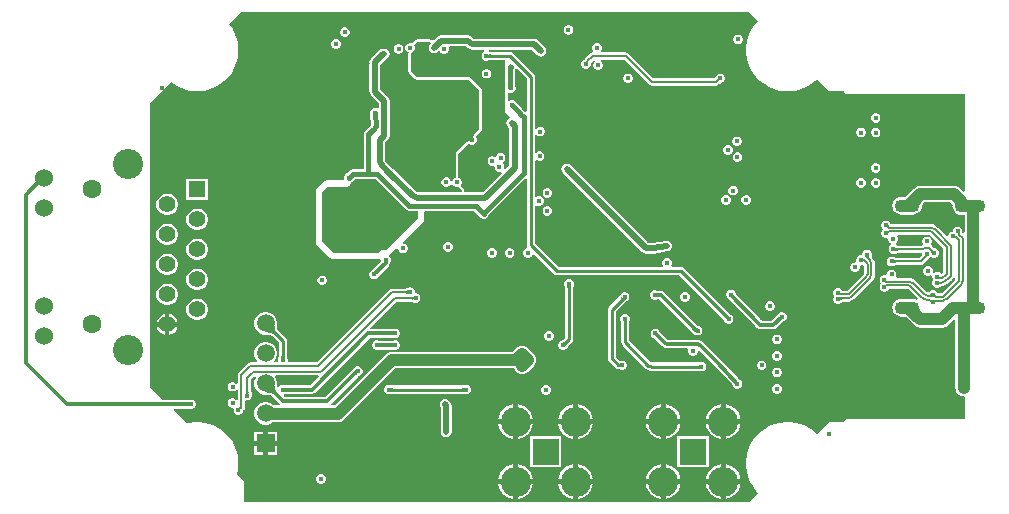
<source format=gbl>
G04*
G04 #@! TF.GenerationSoftware,Altium Limited,Altium Designer,24.4.1 (13)*
G04*
G04 Layer_Physical_Order=4*
G04 Layer_Color=16711680*
%FSLAX44Y44*%
%MOMM*%
G71*
G04*
G04 #@! TF.SameCoordinates,A613BD91-DDE9-4BFC-9EAC-C4A420B0307C*
G04*
G04*
G04 #@! TF.FilePolarity,Positive*
G04*
G01*
G75*
%ADD13C,0.2000*%
%ADD15C,0.3000*%
%ADD64C,1.5000*%
%ADD78C,1.6000*%
%ADD82C,0.6000*%
%ADD83C,0.2861*%
%ADD84C,0.4000*%
%ADD86C,0.2030*%
%ADD88C,1.4000*%
%ADD89C,1.0000*%
%ADD90C,0.5000*%
%ADD92R,1.4000X1.4000*%
%ADD93C,1.5300*%
%ADD94C,2.5500*%
%ADD95R,2.2500X2.2500*%
%ADD96O,2.6000X1.1000*%
%ADD97O,2.1000X1.1000*%
%ADD98R,1.5000X1.5000*%
%ADD99C,0.4200*%
G36*
X1025251Y809749D02*
X1023629Y808126D01*
X1020836Y804486D01*
X1018542Y800513D01*
X1016786Y796274D01*
X1015599Y791843D01*
X1015000Y787294D01*
Y785000D01*
X1015000Y782706D01*
X1015598Y778157D01*
X1016786Y773725D01*
X1018541Y769486D01*
X1020835Y765513D01*
X1023628Y761873D01*
X1026873Y758629D01*
X1030513Y755836D01*
X1034486Y753542D01*
X1038725Y751786D01*
X1043157Y750599D01*
X1047706Y750000D01*
X1050000Y750000D01*
X1052294Y750000D01*
X1056842Y750598D01*
X1061274Y751786D01*
X1065513Y753541D01*
X1069487Y755835D01*
X1073127Y758629D01*
X1074749Y760251D01*
X1085000Y750000D01*
X1097451D01*
X1097645Y749025D01*
X1098198Y748198D01*
X1099025Y747645D01*
X1100000Y747451D01*
X1200000D01*
Y665386D01*
X1198827Y664900D01*
X1195734Y667992D01*
X1194272Y669115D01*
X1192569Y669820D01*
X1190742Y670060D01*
X1162458D01*
X1160630Y669820D01*
X1158928Y669115D01*
X1157465Y667992D01*
X1156791Y667318D01*
X1153094Y663779D01*
X1150915Y661923D01*
X1150094Y661308D01*
X1149456Y660893D01*
X1149205Y660765D01*
X1146100D01*
X1144142Y660507D01*
X1142318Y659751D01*
X1140751Y658549D01*
X1139549Y656982D01*
X1138793Y655158D01*
X1138535Y653200D01*
X1138793Y651242D01*
X1139549Y649418D01*
X1140751Y647851D01*
X1142318Y646649D01*
X1144142Y645893D01*
X1146100Y645635D01*
X1156100D01*
X1158058Y645893D01*
X1159882Y646649D01*
X1161449Y647851D01*
X1162651Y649418D01*
X1163407Y651242D01*
X1163665Y653200D01*
X1163657Y653260D01*
X1163657Y653311D01*
X1163668Y653357D01*
X1163763Y653587D01*
X1163964Y653957D01*
X1164276Y654435D01*
X1164675Y654974D01*
X1165523Y655940D01*
X1187818D01*
X1189677Y654080D01*
X1189535Y653000D01*
X1189793Y651042D01*
X1190549Y649218D01*
X1191751Y647651D01*
X1193318Y646449D01*
X1195142Y645693D01*
X1197100Y645435D01*
X1199940D01*
Y630750D01*
X1198670Y630057D01*
X1198084Y630434D01*
X1198046Y630627D01*
X1197984Y630719D01*
Y632203D01*
X1197360Y633710D01*
X1196207Y634863D01*
X1194700Y635487D01*
X1193069D01*
X1191562Y634863D01*
X1190408Y633710D01*
X1189784Y632203D01*
Y631341D01*
X1189304D01*
X1187797Y630717D01*
X1186644Y629564D01*
X1186020Y628057D01*
Y627698D01*
X1184750Y627172D01*
X1177451Y634471D01*
X1176563Y635373D01*
X1176563Y635373D01*
X1176563Y635373D01*
X1174857Y636681D01*
X1172850Y637513D01*
X1170697Y637796D01*
X1170696Y637784D01*
X1137135D01*
X1136726Y638772D01*
X1135572Y639926D01*
X1134065Y640550D01*
X1132434D01*
X1130928Y639926D01*
X1129774Y638772D01*
X1129150Y637266D01*
Y635634D01*
X1129774Y634128D01*
X1130802Y633100D01*
X1129774Y632072D01*
X1129150Y630565D01*
Y628934D01*
X1129774Y627427D01*
X1130928Y626274D01*
X1132434Y625650D01*
X1134065D01*
X1134900Y624621D01*
Y624184D01*
X1135524Y622677D01*
X1136677Y621524D01*
X1137121Y621340D01*
X1137207Y620507D01*
X1137177Y619943D01*
X1136103Y618868D01*
X1135479Y617361D01*
Y615730D01*
X1136103Y614223D01*
X1137257Y613070D01*
X1138764Y612446D01*
X1140395D01*
X1140611Y612536D01*
X1140650Y612520D01*
X1140676Y612520D01*
X1140701Y612510D01*
X1141073Y612520D01*
X1141445Y612521D01*
X1141470Y612531D01*
X1141496Y612532D01*
X1141837Y612684D01*
X1142180Y612827D01*
X1142291Y612901D01*
X1142346Y612932D01*
X1142406Y612961D01*
X1142474Y612989D01*
X1142552Y613014D01*
X1142642Y613037D01*
X1142717Y613051D01*
X1142863Y613066D01*
X1163650D01*
Y611684D01*
X1163711Y611537D01*
X1161233Y609059D01*
X1141535D01*
X1141484Y609067D01*
X1141419Y609083D01*
X1141370Y609099D01*
X1141334Y609114D01*
X1141307Y609128D01*
X1141285Y609142D01*
X1141265Y609159D01*
X1141178Y609239D01*
X1140869Y609431D01*
X1140566Y609634D01*
X1140532Y609641D01*
X1140502Y609659D01*
X1140142Y609718D01*
X1139785Y609789D01*
X1139752Y609782D01*
X1139717Y609788D01*
X1139622Y609766D01*
X1138816Y610100D01*
X1137185D01*
X1135678Y609476D01*
X1134524Y608322D01*
X1133900Y606816D01*
Y605185D01*
X1134524Y603678D01*
X1135678Y602524D01*
X1137185Y601900D01*
X1138816D01*
X1139622Y602234D01*
X1139717Y602212D01*
X1139752Y602217D01*
X1139785Y602211D01*
X1140142Y602282D01*
X1140502Y602341D01*
X1140532Y602359D01*
X1140566Y602366D01*
X1140869Y602569D01*
X1141178Y602761D01*
X1141265Y602841D01*
X1141285Y602858D01*
X1141307Y602872D01*
X1141334Y602886D01*
X1141370Y602901D01*
X1141419Y602917D01*
X1141483Y602933D01*
X1141535Y602941D01*
X1162500D01*
X1162500Y602941D01*
X1163671Y603174D01*
X1164663Y603837D01*
X1169320Y608495D01*
X1169612Y608778D01*
X1169730Y608882D01*
X1170072Y609024D01*
X1171125Y610077D01*
X1171677Y609524D01*
X1173184Y608900D01*
X1174816D01*
X1176322Y609524D01*
X1177476Y610677D01*
X1178100Y612184D01*
Y613815D01*
X1177476Y615322D01*
X1176322Y616476D01*
X1174816Y617100D01*
X1174242D01*
X1174239Y617102D01*
X1174217Y617117D01*
X1174169Y617156D01*
X1172163Y619163D01*
X1171920Y619325D01*
X1171481Y620661D01*
X1171591Y620956D01*
X1172100Y622184D01*
Y623815D01*
X1171476Y625322D01*
X1170322Y626476D01*
X1168816Y627100D01*
X1167184D01*
X1165677Y626476D01*
X1164524Y625322D01*
X1163900Y623815D01*
Y622184D01*
X1164384Y621016D01*
X1164498Y620607D01*
X1164035Y619371D01*
X1163754Y619184D01*
X1143289D01*
X1143270Y619187D01*
X1143246Y619218D01*
X1142978Y619451D01*
X1142720Y619696D01*
X1142679Y619712D01*
X1142646Y619740D01*
X1142309Y619853D01*
X1141977Y619980D01*
X1141944Y619980D01*
X1141901Y620022D01*
X1141458Y620205D01*
X1141372Y621039D01*
X1141402Y621603D01*
X1142476Y622677D01*
X1143100Y624184D01*
Y625816D01*
X1142549Y627146D01*
X1143041Y628416D01*
X1169350D01*
X1170258Y628416D01*
X1181941Y616733D01*
Y596809D01*
X1181328Y595977D01*
X1180111Y595687D01*
X1179072Y596726D01*
X1177566Y597350D01*
X1175934D01*
X1174427Y596726D01*
X1174184Y596482D01*
X1173129Y597165D01*
X1173100Y597194D01*
Y598815D01*
X1172476Y600322D01*
X1171322Y601476D01*
X1169816Y602100D01*
X1168184D01*
X1166677Y601476D01*
X1165524Y600322D01*
X1164900Y598815D01*
Y597184D01*
X1165524Y595677D01*
X1166677Y594524D01*
X1168184Y593900D01*
X1169816D01*
X1171322Y594524D01*
X1171566Y594768D01*
X1172621Y594084D01*
X1172650Y594056D01*
Y592434D01*
X1173274Y590928D01*
X1173752Y590450D01*
X1173274Y589972D01*
X1172650Y588465D01*
Y586834D01*
X1173274Y585327D01*
X1174427Y584174D01*
X1175934Y583550D01*
X1177566D01*
X1179072Y584174D01*
X1179841Y584943D01*
X1181316Y585236D01*
X1181562Y585400D01*
X1181613Y585414D01*
X1184813Y587001D01*
X1184911Y587077D01*
X1185481Y587313D01*
X1186935Y588428D01*
X1187895Y589165D01*
X1187908Y589182D01*
X1188768Y590096D01*
X1190413Y591741D01*
X1190671Y592128D01*
X1191941Y591742D01*
Y590267D01*
X1180855Y579181D01*
X1176824D01*
X1176476Y580022D01*
X1175322Y581176D01*
X1173816Y581800D01*
X1172184D01*
X1170677Y581176D01*
X1169524Y580022D01*
X1168678Y579980D01*
X1167575Y580382D01*
X1167575Y580382D01*
X1167540Y580382D01*
X1158286Y589636D01*
X1158286Y589636D01*
X1158284Y589648D01*
X1158285Y589649D01*
X1156582Y590956D01*
X1154575Y591788D01*
X1152421Y592071D01*
X1152421Y592059D01*
X1142516D01*
X1141746Y593329D01*
X1142100Y594184D01*
Y595816D01*
X1141476Y597322D01*
X1140322Y598476D01*
X1138816Y599100D01*
X1137184D01*
X1135677Y598476D01*
X1134524Y597322D01*
X1133900Y595816D01*
Y595272D01*
X1132807Y594350D01*
X1131176D01*
X1129669Y593726D01*
X1128516Y592572D01*
X1127892Y591065D01*
Y589434D01*
X1128516Y587928D01*
X1129011Y587432D01*
X1128516Y586937D01*
X1127892Y585430D01*
Y583799D01*
X1128516Y582292D01*
X1129669Y581139D01*
X1131176Y580514D01*
X1132807D01*
X1134314Y581139D01*
X1135468Y582292D01*
X1135633Y582691D01*
X1151075D01*
X1151983Y582691D01*
X1159995Y574679D01*
X1159276Y573602D01*
X1158058Y574107D01*
X1156100Y574365D01*
X1146100D01*
X1144142Y574107D01*
X1142318Y573351D01*
X1140751Y572149D01*
X1139549Y570582D01*
X1138793Y568758D01*
X1138535Y566800D01*
X1138793Y564842D01*
X1139549Y563018D01*
X1140751Y561451D01*
X1142318Y560249D01*
X1144142Y559493D01*
X1146100Y559235D01*
X1149205D01*
X1149456Y559107D01*
X1150028Y558735D01*
X1155827Y553646D01*
X1157465Y552008D01*
X1158928Y550886D01*
X1160630Y550180D01*
X1162458Y549940D01*
X1181000D01*
X1182827Y550180D01*
X1184530Y550886D01*
X1185992Y552008D01*
X1190766Y556781D01*
X1191940Y556295D01*
Y551000D01*
Y520000D01*
Y499000D01*
X1192180Y497173D01*
X1192886Y495470D01*
X1194007Y494007D01*
X1195470Y492886D01*
X1197173Y492180D01*
X1199000Y491940D01*
X1199045Y491945D01*
X1200000Y491108D01*
Y472549D01*
X1100000D01*
X1099025Y472355D01*
X1098198Y471802D01*
X1097645Y470975D01*
X1097451Y470000D01*
X1085000D01*
X1074749Y459749D01*
X1073126Y461371D01*
X1069486Y464164D01*
X1065513Y466458D01*
X1061274Y468214D01*
X1056842Y469401D01*
X1052293Y470000D01*
X1049999Y470000D01*
X1047705D01*
X1043157Y469401D01*
X1038725Y468213D01*
X1034486Y466458D01*
X1030513Y464164D01*
X1026873Y461371D01*
X1023629Y458126D01*
X1020836Y454486D01*
X1018542Y450513D01*
X1016786Y446274D01*
X1015599Y441843D01*
X1015000Y437294D01*
Y435000D01*
X1015000Y432706D01*
X1015598Y428157D01*
X1016786Y423725D01*
X1018541Y419486D01*
X1020835Y415513D01*
X1023628Y411873D01*
X1025251Y410251D01*
X1017549Y402549D01*
X590000Y402549D01*
Y420000D01*
X583861Y426139D01*
X584401Y428157D01*
X585000Y432706D01*
X585000Y435000D01*
X585000Y437294D01*
X584401Y441843D01*
X583214Y446274D01*
X581458Y450513D01*
X579164Y454487D01*
X576371Y458127D01*
X573126Y461371D01*
X569486Y464164D01*
X565513Y466458D01*
X561274Y468214D01*
X556842Y469401D01*
X552294Y470000D01*
X550000Y470000D01*
X547705D01*
X543157Y469401D01*
X541140Y468860D01*
X529742Y480258D01*
X530228Y481431D01*
X542901D01*
X544184Y480900D01*
X545816D01*
X547322Y481524D01*
X548476Y482677D01*
X549100Y484184D01*
Y485816D01*
X548476Y487322D01*
X547322Y488476D01*
X545816Y489100D01*
X544184D01*
X542901Y488568D01*
X521432D01*
X510000Y500000D01*
Y740000D01*
X512600Y742600D01*
X527866Y757866D01*
X530513Y755836D01*
X534486Y753542D01*
X538725Y751786D01*
X543157Y750599D01*
X547706Y750000D01*
X550000Y750000D01*
X552294Y750000D01*
X556842Y750598D01*
X561274Y751786D01*
X565513Y753541D01*
X569487Y755835D01*
X573127Y758629D01*
X576371Y761873D01*
X579164Y765513D01*
X581458Y769486D01*
X583214Y773725D01*
X584401Y778157D01*
X585000Y782706D01*
X585000Y785000D01*
X585000Y787294D01*
X584401Y791843D01*
X583214Y796274D01*
X581458Y800513D01*
X579164Y804487D01*
X577133Y807133D01*
X587451Y817451D01*
X1017549Y817451D01*
X1025251Y809749D01*
D02*
G37*
G36*
X1165993Y659464D02*
X1165122Y658575D01*
X1163087Y656256D01*
X1162601Y655600D01*
X1162212Y655003D01*
X1161918Y654464D01*
X1161721Y653984D01*
X1161621Y653563D01*
X1161617Y653200D01*
X1148963Y658686D01*
X1149328Y658650D01*
X1149833Y658796D01*
X1150478Y659125D01*
X1151263Y659636D01*
X1152189Y660330D01*
X1154461Y662264D01*
X1158922Y666535D01*
X1165993Y659464D01*
D02*
G37*
G36*
X1141758Y617810D02*
X1141896Y617666D01*
X1142049Y617539D01*
X1142215Y617429D01*
X1142396Y617336D01*
X1142591Y617260D01*
X1142800Y617201D01*
X1143023Y617159D01*
X1143260Y617133D01*
X1143511Y617125D01*
X1143136Y615125D01*
X1142889Y615119D01*
X1142420Y615070D01*
X1142198Y615028D01*
X1141985Y614974D01*
X1141780Y614907D01*
X1141584Y614829D01*
X1141395Y614738D01*
X1141216Y614635D01*
X1141044Y614520D01*
X1141634Y617970D01*
X1141758Y617810D01*
D02*
G37*
G36*
X1172671Y615750D02*
X1172983Y615491D01*
X1173134Y615386D01*
X1173283Y615298D01*
X1173428Y615225D01*
X1173570Y615169D01*
X1173710Y615130D01*
X1173846Y615107D01*
X1173979Y615100D01*
X1171900Y613021D01*
X1171893Y613154D01*
X1171870Y613290D01*
X1171831Y613430D01*
X1171775Y613572D01*
X1171702Y613717D01*
X1171614Y613866D01*
X1171509Y614017D01*
X1171388Y614171D01*
X1171250Y614329D01*
X1171096Y614490D01*
X1172510Y615904D01*
X1172671Y615750D01*
D02*
G37*
G36*
X1168592Y610576D02*
X1168542Y610546D01*
X1168464Y610485D01*
X1168226Y610275D01*
X1166844Y608930D01*
X1165294Y610209D01*
X1165449Y610371D01*
X1165581Y610529D01*
X1165692Y610681D01*
X1165781Y610828D01*
X1165848Y610969D01*
X1165893Y611105D01*
X1165916Y611236D01*
X1165917Y611362D01*
X1165897Y611482D01*
X1165854Y611597D01*
X1168592Y610576D01*
D02*
G37*
G36*
X1139938Y607607D02*
X1140101Y607480D01*
X1140275Y607368D01*
X1140459Y607270D01*
X1140654Y607188D01*
X1140860Y607120D01*
X1141077Y607067D01*
X1141304Y607030D01*
X1141543Y607007D01*
X1141791Y607000D01*
Y605000D01*
X1141543Y604992D01*
X1141304Y604970D01*
X1141077Y604933D01*
X1140860Y604880D01*
X1140654Y604813D01*
X1140459Y604730D01*
X1140275Y604632D01*
X1140101Y604520D01*
X1139938Y604393D01*
X1139785Y604250D01*
Y607750D01*
X1139938Y607607D01*
D02*
G37*
G36*
X1178859Y593305D02*
X1178891Y593256D01*
X1178941Y593214D01*
X1179009Y593178D01*
X1179097Y593149D01*
X1179203Y593127D01*
X1179328Y593111D01*
X1179472Y593102D01*
X1179815Y593103D01*
X1178683Y591175D01*
X1177725Y591390D01*
X1178847Y593360D01*
X1178859Y593305D01*
D02*
G37*
G36*
X1161621Y566437D02*
X1161721Y566016D01*
X1161918Y565536D01*
X1162212Y564997D01*
X1162601Y564400D01*
X1163087Y563744D01*
X1164348Y562257D01*
X1165993Y560536D01*
X1158922Y553465D01*
X1157295Y555071D01*
X1151263Y560364D01*
X1150478Y560875D01*
X1149833Y561204D01*
X1149328Y561350D01*
X1148963Y561314D01*
X1161617Y566800D01*
X1161621Y566437D01*
D02*
G37*
%LPC*%
G36*
X865257Y806100D02*
X863626D01*
X862119Y805476D01*
X860966Y804322D01*
X860342Y802815D01*
Y801184D01*
X860966Y799678D01*
X862119Y798524D01*
X863626Y797900D01*
X865257D01*
X866764Y798524D01*
X867918Y799678D01*
X868542Y801184D01*
Y802815D01*
X867918Y804322D01*
X866764Y805476D01*
X865257Y806100D01*
D02*
G37*
G36*
X675816Y804100D02*
X674184D01*
X672678Y803476D01*
X671524Y802322D01*
X670900Y800816D01*
Y799184D01*
X671524Y797678D01*
X672678Y796524D01*
X674184Y795900D01*
X675816D01*
X677322Y796524D01*
X678476Y797678D01*
X679100Y799184D01*
Y800816D01*
X678476Y802322D01*
X677322Y803476D01*
X675816Y804100D01*
D02*
G37*
G36*
X779558Y797588D02*
X756558D01*
X754802Y797239D01*
X753314Y796244D01*
X750384Y793315D01*
X748852Y793442D01*
X748190Y793884D01*
X747410Y794039D01*
X736000D01*
X735220Y793884D01*
X734558Y793442D01*
X734558Y793442D01*
X732236Y791120D01*
X732236Y791120D01*
X732039Y790825D01*
X731374Y791100D01*
X729743D01*
X728236Y790476D01*
X727082Y789322D01*
X726458Y787815D01*
Y786184D01*
X727082Y784678D01*
X728236Y783524D01*
X729020Y783199D01*
X728961Y782900D01*
Y767000D01*
X728961Y767000D01*
X729116Y766220D01*
X729558Y765558D01*
X734558Y760558D01*
X735220Y760116D01*
X736000Y759961D01*
X780155D01*
X788961Y751155D01*
Y717845D01*
X784236Y713120D01*
X783794Y712458D01*
X783639Y711678D01*
X783794Y710898D01*
X784236Y710236D01*
X784236Y710236D01*
X784305Y710167D01*
X784619Y709410D01*
Y708590D01*
X784305Y707833D01*
X783725Y707253D01*
X782968Y706939D01*
X782148D01*
X781391Y707253D01*
X781322Y707322D01*
X780660Y707764D01*
X779880Y707919D01*
X779100Y707764D01*
X778438Y707322D01*
X778438Y707322D01*
X769558Y698442D01*
X769116Y697780D01*
X768961Y697000D01*
Y677024D01*
X768964Y677009D01*
X767678Y676476D01*
X766524Y675322D01*
X766187Y674509D01*
X764813D01*
X764476Y675322D01*
X763323Y676476D01*
X761815Y677100D01*
X760184D01*
X758678Y676476D01*
X757524Y675322D01*
X756900Y673816D01*
Y672185D01*
X757524Y670678D01*
X758678Y669524D01*
X760184Y668900D01*
X761815D01*
X763323Y669524D01*
X764476Y670678D01*
X764813Y671491D01*
X766187D01*
X766524Y670678D01*
X767678Y669524D01*
X769184Y668900D01*
X770816D01*
X771192Y669056D01*
X771457Y668659D01*
X771457Y668659D01*
X773961Y666155D01*
Y664588D01*
X737411D01*
X736144Y664596D01*
X735864Y664712D01*
Y664712D01*
X735849Y664712D01*
X715498Y684445D01*
X715498Y684451D01*
X715498Y684451D01*
X715411Y684557D01*
X715400Y684546D01*
X710136Y690340D01*
X709298Y691286D01*
X709188Y691553D01*
X709180Y692820D01*
Y706743D01*
X711802Y709366D01*
X712797Y710855D01*
X713146Y712610D01*
Y742000D01*
X712797Y743756D01*
X711802Y745244D01*
X705146Y751900D01*
Y772599D01*
X709682Y777135D01*
X710314Y777261D01*
X711802Y778256D01*
X712797Y779744D01*
X713146Y781500D01*
X712797Y783256D01*
X711802Y784744D01*
X710314Y785739D01*
X708558Y786088D01*
X707558D01*
X705802Y785739D01*
X704314Y784744D01*
X697314Y777744D01*
X696319Y776256D01*
X695970Y774500D01*
X696069Y774000D01*
X695970Y773500D01*
Y750000D01*
X696319Y748244D01*
X697314Y746756D01*
X703970Y740099D01*
Y736046D01*
X702700Y735551D01*
X701374Y736100D01*
X699743D01*
X698236Y735476D01*
X697082Y734323D01*
X696458Y732816D01*
Y731184D01*
X696547Y730971D01*
X697241Y721908D01*
X695563Y719952D01*
X695563Y719951D01*
X695563Y719951D01*
X695562Y719950D01*
X695562Y719950D01*
X695512Y719892D01*
X695468Y719842D01*
X694549Y718843D01*
X694404Y718688D01*
X694362Y718646D01*
X692116Y716400D01*
X691232Y715077D01*
X690922Y713516D01*
X690922Y713516D01*
Y684078D01*
X681713D01*
X681713Y684078D01*
X680152Y683768D01*
X678829Y682884D01*
X678829Y682884D01*
X676634Y680689D01*
X676120Y680476D01*
X674966Y679322D01*
X674342Y677815D01*
Y676184D01*
X674493Y675819D01*
X673645Y674549D01*
X659000D01*
X658025Y674355D01*
X657198Y673802D01*
X651198Y667802D01*
X650645Y666975D01*
X650451Y666000D01*
Y626000D01*
Y622000D01*
X650645Y621025D01*
X651198Y620198D01*
X662198Y609198D01*
X663025Y608645D01*
X664000Y608451D01*
X704727D01*
X705028Y608416D01*
X705900Y607335D01*
Y606684D01*
X706049Y606325D01*
Y606096D01*
X698960Y599007D01*
X697678Y598476D01*
X696524Y597322D01*
X695900Y595816D01*
Y594184D01*
X696524Y592677D01*
X697678Y591524D01*
X699184Y590900D01*
X700816D01*
X702322Y591524D01*
X703476Y592677D01*
X704007Y593960D01*
X712141Y602094D01*
X712914Y603252D01*
X713186Y604617D01*
Y604888D01*
X713476Y605178D01*
X714100Y606684D01*
Y608316D01*
X713476Y609823D01*
X712739Y610559D01*
X712802Y611198D01*
X719072Y617467D01*
X720342Y616941D01*
Y616184D01*
X720966Y614678D01*
X722120Y613524D01*
X723626Y612900D01*
X725257D01*
X726764Y613524D01*
X727918Y614678D01*
X728542Y616184D01*
Y617816D01*
X727918Y619322D01*
X726764Y620476D01*
X725257Y621100D01*
X724501D01*
X723975Y622370D01*
X741802Y640198D01*
X742355Y641024D01*
X742549Y642000D01*
Y647500D01*
X742519Y647652D01*
X743468Y648922D01*
X784182D01*
X788839Y644265D01*
X789082Y643678D01*
X790236Y642524D01*
X791742Y641900D01*
X793374D01*
X794881Y642524D01*
X796034Y643678D01*
X796658Y645184D01*
Y645332D01*
X827829Y676503D01*
X829003Y676017D01*
Y620000D01*
X829269Y618661D01*
X829464Y618370D01*
X829376Y617971D01*
X828871Y616970D01*
X827678Y616476D01*
X826524Y615322D01*
X825900Y613815D01*
Y612184D01*
X826524Y610677D01*
X827678Y609524D01*
X829184Y608900D01*
X830816D01*
X832322Y609524D01*
X833476Y610677D01*
X833946Y611812D01*
X835273Y612280D01*
X852207Y595347D01*
X853342Y594588D01*
X854680Y594322D01*
X958232D01*
X995457Y557096D01*
X995530Y557009D01*
X995568Y556958D01*
X995576Y556946D01*
X995616Y556745D01*
X995673Y556660D01*
X995702Y556563D01*
X995892Y556332D01*
X996058Y556083D01*
X996143Y556027D01*
X996203Y555953D01*
X996524Y555177D01*
X997678Y554024D01*
X999184Y553400D01*
X1000816D01*
X1002322Y554024D01*
X1003476Y555177D01*
X1004100Y556684D01*
Y558316D01*
X1003476Y559822D01*
X1002322Y560976D01*
X1001547Y561297D01*
X1001473Y561357D01*
X1001417Y561442D01*
X1001168Y561608D01*
X1000937Y561798D01*
X1000840Y561827D01*
X1000755Y561884D01*
X1000554Y561924D01*
X1000542Y561931D01*
X1000505Y561959D01*
X1000367Y562079D01*
X962153Y600293D01*
X961019Y601051D01*
X959680Y601317D01*
X951911D01*
X951385Y602587D01*
X951476Y602678D01*
X952100Y604184D01*
Y605816D01*
X951476Y607323D01*
X950322Y608476D01*
X948816Y609100D01*
X947185D01*
X945678Y608476D01*
X944524Y607323D01*
X943900Y605816D01*
Y604184D01*
X944524Y602678D01*
X944615Y602587D01*
X944089Y601317D01*
X856129D01*
X835997Y621449D01*
Y652966D01*
X837236Y653524D01*
X838743Y652900D01*
X840374D01*
X841880Y653524D01*
X843034Y654678D01*
X843658Y656184D01*
Y657815D01*
X843034Y659323D01*
X841880Y660476D01*
X840374Y661100D01*
X838743D01*
X837236Y660476D01*
X835997Y661034D01*
Y691408D01*
X837268Y691934D01*
X837678Y691524D01*
X839184Y690900D01*
X840816D01*
X842322Y691524D01*
X843476Y692678D01*
X844100Y694184D01*
Y695816D01*
X843476Y697322D01*
X842322Y698476D01*
X840816Y699100D01*
X839184D01*
X837678Y698476D01*
X837268Y698066D01*
X835997Y698592D01*
Y713103D01*
X836392Y713312D01*
X837268Y713492D01*
X838236Y712524D01*
X839743Y711900D01*
X841374D01*
X842880Y712524D01*
X844034Y713678D01*
X844658Y715184D01*
Y716816D01*
X844034Y718323D01*
X842880Y719476D01*
X841374Y720100D01*
X839743D01*
X838236Y719476D01*
X837268Y718508D01*
X836392Y718688D01*
X835997Y718897D01*
Y762500D01*
X835731Y763838D01*
X834973Y764973D01*
X817473Y782473D01*
X816338Y783231D01*
X815000Y783497D01*
X797927D01*
X797813Y783507D01*
X797750Y783517D01*
X797736Y783520D01*
X797566Y783634D01*
X797466Y783654D01*
X797377Y783701D01*
X797079Y783731D01*
X796785Y783789D01*
X796686Y783769D01*
X796630Y783775D01*
X796576Y783840D01*
X796500Y784142D01*
X797492Y785412D01*
X833100D01*
X837756Y780756D01*
X839244Y779761D01*
X841000Y779412D01*
X842756Y779761D01*
X844244Y780756D01*
X845239Y782244D01*
X845588Y784000D01*
X845239Y785756D01*
X844244Y787244D01*
X838244Y793244D01*
X836756Y794239D01*
X835000Y794588D01*
X784459D01*
X782802Y796244D01*
X781314Y797239D01*
X779558Y797588D01*
D02*
G37*
G36*
X1008816Y798100D02*
X1007184D01*
X1005677Y797476D01*
X1004524Y796322D01*
X1003900Y794816D01*
Y793185D01*
X1004524Y791678D01*
X1005677Y790524D01*
X1007184Y789900D01*
X1008816D01*
X1010322Y790524D01*
X1011476Y791678D01*
X1012100Y793185D01*
Y794816D01*
X1011476Y796322D01*
X1010322Y797476D01*
X1008816Y798100D01*
D02*
G37*
G36*
X668316Y794100D02*
X666684D01*
X665178Y793476D01*
X664024Y792322D01*
X663400Y790816D01*
Y789184D01*
X664024Y787678D01*
X665178Y786524D01*
X666684Y785900D01*
X668316D01*
X669822Y786524D01*
X670976Y787678D01*
X671600Y789184D01*
Y790816D01*
X670976Y792322D01*
X669822Y793476D01*
X668316Y794100D01*
D02*
G37*
G36*
X721374Y790100D02*
X719743D01*
X718236Y789476D01*
X717082Y788323D01*
X716458Y786815D01*
Y785184D01*
X717082Y783678D01*
X718236Y782524D01*
X719743Y781900D01*
X721374D01*
X722880Y782524D01*
X724034Y783678D01*
X724658Y785184D01*
Y786815D01*
X724034Y788323D01*
X722880Y789476D01*
X721374Y790100D01*
D02*
G37*
G36*
X915816Y765100D02*
X914184D01*
X912678Y764476D01*
X911524Y763322D01*
X910900Y761815D01*
Y760184D01*
X911524Y758678D01*
X912678Y757524D01*
X914184Y756900D01*
X915816D01*
X917322Y757524D01*
X918476Y758678D01*
X919100Y760184D01*
Y761815D01*
X918476Y763322D01*
X917322Y764476D01*
X915816Y765100D01*
D02*
G37*
G36*
X889257Y791100D02*
X887626D01*
X886119Y790476D01*
X884966Y789322D01*
X884342Y787815D01*
Y786184D01*
X884966Y784678D01*
X885300Y784344D01*
X885117Y783569D01*
X884811Y783036D01*
X883824Y782840D01*
X882826Y782174D01*
X882826Y782174D01*
X878184Y777532D01*
X877785Y776935D01*
X876677Y776476D01*
X875524Y775322D01*
X874900Y773816D01*
Y772185D01*
X875524Y770678D01*
X876677Y769524D01*
X878185Y768900D01*
X879816D01*
X881322Y769524D01*
X882476Y770678D01*
X883100Y772185D01*
Y773622D01*
X883198Y773769D01*
X883218Y773871D01*
X886064Y776717D01*
X886622Y776638D01*
X886863Y776075D01*
X886953Y775310D01*
X885966Y774322D01*
X885342Y772815D01*
Y771184D01*
X885966Y769678D01*
X887119Y768524D01*
X888626Y767900D01*
X890257D01*
X891764Y768524D01*
X892918Y769678D01*
X893542Y771184D01*
Y772815D01*
X892918Y774322D01*
X891764Y775476D01*
X891329Y775656D01*
X891582Y776926D01*
X911727D01*
X932826Y755826D01*
X932826Y755826D01*
X933824Y755160D01*
X935000Y754926D01*
X989413D01*
X989413Y754926D01*
X990589Y755160D01*
X991587Y755826D01*
X992267Y756507D01*
X992284Y756518D01*
X992309Y756515D01*
X992662Y756541D01*
X993017Y756552D01*
X993058Y756570D01*
X993102Y756573D01*
X993419Y756732D01*
X993743Y756878D01*
X993764Y756900D01*
X993816D01*
X995322Y757524D01*
X996476Y758678D01*
X997100Y760184D01*
Y761815D01*
X996476Y763323D01*
X995322Y764476D01*
X993816Y765100D01*
X992185D01*
X990677Y764476D01*
X989524Y763323D01*
X989432Y763099D01*
X989393Y763083D01*
X989374Y763063D01*
X989348Y763052D01*
X989094Y762782D01*
X988832Y762519D01*
X988822Y762493D01*
X988802Y762473D01*
X988671Y762126D01*
X988530Y761783D01*
X988505Y761658D01*
X988491Y761606D01*
X988470Y761547D01*
X988443Y761484D01*
X988406Y761413D01*
X988359Y761334D01*
X988315Y761270D01*
X988223Y761158D01*
X988139Y761074D01*
X936273D01*
X915174Y782174D01*
X914176Y782840D01*
X913000Y783074D01*
X913000Y783074D01*
X892110D01*
X891584Y784344D01*
X891918Y784678D01*
X892542Y786184D01*
Y787815D01*
X891918Y789322D01*
X890764Y790476D01*
X889257Y791100D01*
D02*
G37*
G36*
X1125317Y731770D02*
X1123686D01*
X1122179Y731146D01*
X1121026Y729992D01*
X1120402Y728485D01*
Y726854D01*
X1121026Y725348D01*
X1122179Y724194D01*
X1123686Y723570D01*
X1125317D01*
X1126824Y724194D01*
X1127978Y725348D01*
X1128602Y726854D01*
Y728485D01*
X1127978Y729992D01*
X1126824Y731146D01*
X1125317Y731770D01*
D02*
G37*
G36*
Y719270D02*
X1123686D01*
X1122179Y718646D01*
X1121026Y717492D01*
X1120402Y715985D01*
Y714354D01*
X1121026Y712848D01*
X1122179Y711694D01*
X1123686Y711070D01*
X1125317D01*
X1126824Y711694D01*
X1127978Y712848D01*
X1128602Y714354D01*
Y715985D01*
X1127978Y717492D01*
X1126824Y718646D01*
X1125317Y719270D01*
D02*
G37*
G36*
X1112817D02*
X1111186D01*
X1109679Y718646D01*
X1108526Y717492D01*
X1107902Y715985D01*
Y714354D01*
X1108526Y712848D01*
X1109679Y711694D01*
X1111186Y711070D01*
X1112817D01*
X1114324Y711694D01*
X1115478Y712848D01*
X1116102Y714354D01*
Y715985D01*
X1115478Y717492D01*
X1114324Y718646D01*
X1112817Y719270D01*
D02*
G37*
G36*
X1007817Y711770D02*
X1006186D01*
X1004679Y711146D01*
X1003526Y709992D01*
X1002902Y708485D01*
Y706854D01*
X1003526Y705348D01*
X1004679Y704194D01*
X1006186Y703570D01*
X1007817D01*
X1009324Y704194D01*
X1010478Y705348D01*
X1011102Y706854D01*
Y708485D01*
X1010478Y709992D01*
X1009324Y711146D01*
X1007817Y711770D01*
D02*
G37*
G36*
X1000317Y704270D02*
X998686D01*
X997179Y703646D01*
X996026Y702492D01*
X995402Y700985D01*
Y699354D01*
X996026Y697848D01*
X997179Y696694D01*
X998686Y696070D01*
X1000317D01*
X1001824Y696694D01*
X1002978Y697848D01*
X1003602Y699354D01*
Y700985D01*
X1002978Y702492D01*
X1001824Y703646D01*
X1000317Y704270D01*
D02*
G37*
G36*
X1008317Y698270D02*
X1006686D01*
X1005179Y697646D01*
X1004026Y696492D01*
X1003402Y694986D01*
Y693354D01*
X1004026Y691848D01*
X1005179Y690694D01*
X1006686Y690070D01*
X1008317D01*
X1009824Y690694D01*
X1010978Y691848D01*
X1011602Y693354D01*
Y694986D01*
X1010978Y696492D01*
X1009824Y697646D01*
X1008317Y698270D01*
D02*
G37*
G36*
X1125317Y689270D02*
X1123686D01*
X1122179Y688646D01*
X1121026Y687492D01*
X1120402Y685985D01*
Y684354D01*
X1121026Y682848D01*
X1122179Y681694D01*
X1123686Y681070D01*
X1125317D01*
X1126824Y681694D01*
X1127978Y682848D01*
X1128602Y684354D01*
Y685985D01*
X1127978Y687492D01*
X1126824Y688646D01*
X1125317Y689270D01*
D02*
G37*
G36*
Y676770D02*
X1123686D01*
X1122179Y676146D01*
X1121026Y674992D01*
X1120402Y673485D01*
Y671854D01*
X1121026Y670348D01*
X1122179Y669194D01*
X1123686Y668570D01*
X1125317D01*
X1126824Y669194D01*
X1127978Y670348D01*
X1128602Y671854D01*
Y673485D01*
X1127978Y674992D01*
X1126824Y676146D01*
X1125317Y676770D01*
D02*
G37*
G36*
X1112817D02*
X1111186D01*
X1109679Y676146D01*
X1108526Y674992D01*
X1107902Y673485D01*
Y671854D01*
X1108526Y670348D01*
X1109679Y669194D01*
X1111186Y668570D01*
X1112817D01*
X1114324Y669194D01*
X1115478Y670348D01*
X1116102Y671854D01*
Y673485D01*
X1115478Y674992D01*
X1114324Y676146D01*
X1112817Y676770D01*
D02*
G37*
G36*
X1004816Y670100D02*
X1003185D01*
X1001677Y669476D01*
X1000524Y668322D01*
X999900Y666815D01*
Y665184D01*
X1000524Y663678D01*
X1001677Y662524D01*
X1003185Y661900D01*
X1004816D01*
X1006322Y662524D01*
X1007476Y663678D01*
X1008100Y665184D01*
Y666815D01*
X1007476Y668322D01*
X1006322Y669476D01*
X1004816Y670100D01*
D02*
G37*
G36*
X847374Y668100D02*
X845742D01*
X844236Y667476D01*
X843082Y666322D01*
X842458Y664816D01*
Y663185D01*
X843082Y661678D01*
X844236Y660524D01*
X845742Y659900D01*
X847374D01*
X848880Y660524D01*
X850034Y661678D01*
X850658Y663185D01*
Y664816D01*
X850034Y666322D01*
X848880Y667476D01*
X847374Y668100D01*
D02*
G37*
G36*
X559000Y676000D02*
X541000D01*
Y658000D01*
X559000D01*
Y676000D01*
D02*
G37*
G36*
X1015816Y662100D02*
X1014184D01*
X1012678Y661476D01*
X1011524Y660322D01*
X1010900Y658816D01*
Y657185D01*
X1011524Y655678D01*
X1012678Y654524D01*
X1014184Y653900D01*
X1015816D01*
X1017322Y654524D01*
X1018476Y655678D01*
X1019100Y657185D01*
Y658816D01*
X1018476Y660322D01*
X1017322Y661476D01*
X1015816Y662100D01*
D02*
G37*
G36*
X998816D02*
X997185D01*
X995678Y661476D01*
X994524Y660322D01*
X993900Y658816D01*
Y657185D01*
X994524Y655678D01*
X995678Y654524D01*
X997185Y653900D01*
X998816D01*
X1000322Y654524D01*
X1001476Y655678D01*
X1002100Y657185D01*
Y658816D01*
X1001476Y660322D01*
X1000322Y661476D01*
X998816Y662100D01*
D02*
G37*
G36*
X525785Y663300D02*
X523415D01*
X521126Y662687D01*
X519074Y661502D01*
X517398Y659826D01*
X516213Y657774D01*
X515600Y655485D01*
Y653115D01*
X516213Y650826D01*
X517398Y648774D01*
X519074Y647098D01*
X521126Y645913D01*
X523415Y645300D01*
X525785D01*
X528074Y645913D01*
X530126Y647098D01*
X531802Y648774D01*
X532987Y650826D01*
X533600Y653115D01*
Y655485D01*
X532987Y657774D01*
X531802Y659826D01*
X530126Y661502D01*
X528074Y662687D01*
X525785Y663300D01*
D02*
G37*
G36*
X847374Y653100D02*
X845742D01*
X844236Y652476D01*
X843082Y651322D01*
X842458Y649816D01*
Y648185D01*
X843082Y646678D01*
X844236Y645524D01*
X845742Y644900D01*
X847374D01*
X848880Y645524D01*
X850034Y646678D01*
X850658Y648185D01*
Y649816D01*
X850034Y651322D01*
X848880Y652476D01*
X847374Y653100D01*
D02*
G37*
G36*
X551185Y650600D02*
X548815D01*
X546526Y649987D01*
X544474Y648802D01*
X542798Y647126D01*
X541613Y645074D01*
X541000Y642785D01*
Y640415D01*
X541613Y638126D01*
X542798Y636074D01*
X544474Y634398D01*
X546526Y633213D01*
X548815Y632600D01*
X551185D01*
X553474Y633213D01*
X555526Y634398D01*
X557202Y636074D01*
X558387Y638126D01*
X559000Y640415D01*
Y642785D01*
X558387Y645074D01*
X557202Y647126D01*
X555526Y648802D01*
X553474Y649987D01*
X551185Y650600D01*
D02*
G37*
G36*
X525785Y637900D02*
X523415D01*
X521126Y637287D01*
X519074Y636102D01*
X517398Y634426D01*
X516213Y632374D01*
X515600Y630085D01*
Y627715D01*
X516213Y625426D01*
X517398Y623374D01*
X519074Y621698D01*
X521126Y620513D01*
X523415Y619900D01*
X525785D01*
X528074Y620513D01*
X530126Y621698D01*
X531802Y623374D01*
X532987Y625426D01*
X533600Y627715D01*
Y630085D01*
X532987Y632374D01*
X531802Y634426D01*
X530126Y636102D01*
X528074Y637287D01*
X525785Y637900D01*
D02*
G37*
G36*
X763258Y622600D02*
X761626D01*
X760119Y621976D01*
X758966Y620822D01*
X758342Y619315D01*
Y617684D01*
X758966Y616177D01*
X760119Y615024D01*
X761626Y614400D01*
X763258D01*
X764764Y615024D01*
X765918Y616177D01*
X766542Y617684D01*
Y619315D01*
X765918Y620822D01*
X764764Y621976D01*
X763258Y622600D01*
D02*
G37*
G36*
X863000Y688588D02*
X861244Y688239D01*
X859756Y687244D01*
X858761Y685756D01*
X858412Y684000D01*
X858761Y682244D01*
X859756Y680756D01*
X926564Y613947D01*
X928053Y612952D01*
X929809Y612603D01*
X935030D01*
X935122Y612621D01*
X935961Y612732D01*
X936448Y612708D01*
X948178Y614462D01*
X949863Y615067D01*
X951188Y616271D01*
X951952Y617890D01*
X952038Y619678D01*
X951433Y621363D01*
X950229Y622688D01*
X948610Y623452D01*
X946822Y623538D01*
X935091Y621784D01*
X935087Y621811D01*
X935030Y621787D01*
X933763Y621779D01*
X931709D01*
X866244Y687244D01*
X864756Y688239D01*
X863000Y688588D01*
D02*
G37*
G36*
X815465Y617100D02*
X813833D01*
X812327Y616476D01*
X811173Y615322D01*
X810549Y613816D01*
Y612184D01*
X811173Y610678D01*
X812327Y609524D01*
X813833Y608900D01*
X815465D01*
X816972Y609524D01*
X818125Y610678D01*
X818749Y612184D01*
Y613816D01*
X818125Y615322D01*
X816972Y616476D01*
X815465Y617100D01*
D02*
G37*
G36*
X800465D02*
X798833D01*
X797327Y616476D01*
X796173Y615322D01*
X795549Y613816D01*
Y612184D01*
X796173Y610678D01*
X797327Y609524D01*
X798833Y608900D01*
X800465D01*
X801972Y609524D01*
X803125Y610678D01*
X803749Y612184D01*
Y613816D01*
X803125Y615322D01*
X801972Y616476D01*
X800465Y617100D01*
D02*
G37*
G36*
X551185Y625200D02*
X548815D01*
X546526Y624587D01*
X544474Y623402D01*
X542798Y621726D01*
X541613Y619674D01*
X541000Y617385D01*
Y615015D01*
X541613Y612726D01*
X542798Y610674D01*
X544474Y608998D01*
X546526Y607813D01*
X548815Y607200D01*
X551185D01*
X553474Y607813D01*
X555526Y608998D01*
X557202Y610674D01*
X558387Y612726D01*
X559000Y615015D01*
Y617385D01*
X558387Y619674D01*
X557202Y621726D01*
X555526Y623402D01*
X553474Y624587D01*
X551185Y625200D01*
D02*
G37*
G36*
X525785Y612500D02*
X523415D01*
X521126Y611887D01*
X519074Y610702D01*
X517398Y609026D01*
X516213Y606974D01*
X515600Y604685D01*
Y602315D01*
X516213Y600026D01*
X517398Y597974D01*
X519074Y596298D01*
X521126Y595113D01*
X523415Y594500D01*
X525785D01*
X528074Y595113D01*
X530126Y596298D01*
X531802Y597974D01*
X532987Y600026D01*
X533600Y602315D01*
Y604685D01*
X532987Y606974D01*
X531802Y609026D01*
X530126Y610702D01*
X528074Y611887D01*
X525785Y612500D01*
D02*
G37*
G36*
X656815Y594100D02*
X655184D01*
X653678Y593476D01*
X652524Y592322D01*
X651900Y590816D01*
Y589184D01*
X652524Y587677D01*
X653678Y586524D01*
X655184Y585900D01*
X656815D01*
X658322Y586524D01*
X659476Y587677D01*
X660100Y589184D01*
Y590816D01*
X659476Y592322D01*
X658322Y593476D01*
X656815Y594100D01*
D02*
G37*
G36*
X730816Y584100D02*
X729184D01*
X728378Y583766D01*
X728283Y583788D01*
X728249Y583782D01*
X728215Y583789D01*
X727857Y583718D01*
X727498Y583659D01*
X727468Y583641D01*
X727434Y583634D01*
X727131Y583431D01*
X726822Y583239D01*
X726735Y583158D01*
X726715Y583142D01*
X726693Y583128D01*
X726666Y583114D01*
X726630Y583099D01*
X726581Y583083D01*
X726517Y583067D01*
X726465Y583059D01*
X715000D01*
X713829Y582826D01*
X712837Y582163D01*
X712837Y582163D01*
X651233Y520559D01*
X627277D01*
X626571Y521615D01*
X626600Y521684D01*
Y523316D01*
X626279Y524091D01*
X626269Y524186D01*
X626289Y524285D01*
X626231Y524579D01*
X626201Y524877D01*
X626154Y524966D01*
X626134Y525066D01*
X626020Y525236D01*
X626017Y525250D01*
X626010Y525295D01*
X625998Y525479D01*
Y538900D01*
X625731Y540238D01*
X624973Y541373D01*
X618641Y547705D01*
X618456Y547981D01*
X618265Y548349D01*
X618085Y548802D01*
X617922Y549342D01*
X617783Y549968D01*
X617676Y550655D01*
X617547Y552374D01*
X617539Y553343D01*
X617500Y553529D01*
Y554851D01*
X616853Y557267D01*
X615602Y559433D01*
X613833Y561202D01*
X611667Y562453D01*
X609251Y563100D01*
X606749D01*
X604333Y562453D01*
X602167Y561202D01*
X600398Y559433D01*
X599147Y557267D01*
X598500Y554851D01*
Y552349D01*
X599147Y549933D01*
X600398Y547767D01*
X602167Y545998D01*
X604333Y544747D01*
X606749Y544100D01*
X607155D01*
X607240Y544040D01*
X607269Y544033D01*
X607295Y544016D01*
X607656Y543945D01*
X608015Y543862D01*
X609947Y543805D01*
X610720Y543728D01*
X611432Y543617D01*
X612058Y543478D01*
X612598Y543315D01*
X613051Y543135D01*
X613419Y542944D01*
X613694Y542759D01*
X619002Y537451D01*
Y525427D01*
X618993Y525314D01*
X618983Y525250D01*
X618980Y525236D01*
X618866Y525066D01*
X618846Y524967D01*
X618798Y524877D01*
X618769Y524579D01*
X618711Y524285D01*
X618731Y524186D01*
X618721Y524091D01*
X618400Y523316D01*
Y521684D01*
X618429Y521615D01*
X617723Y520559D01*
X615590D01*
X615064Y521829D01*
X615602Y522367D01*
X616853Y524533D01*
X617500Y526949D01*
Y529451D01*
X616853Y531867D01*
X615602Y534033D01*
X613833Y535802D01*
X611667Y537053D01*
X609251Y537700D01*
X606749D01*
X604333Y537053D01*
X602167Y535802D01*
X600398Y534033D01*
X599147Y531867D01*
X598500Y529451D01*
Y526949D01*
X599147Y524533D01*
X600398Y522367D01*
X600936Y521829D01*
X600410Y520559D01*
X595000D01*
X593829Y520326D01*
X592837Y519663D01*
X592837Y519663D01*
X585337Y512163D01*
X584674Y511171D01*
X584441Y510000D01*
X584441Y510000D01*
Y503058D01*
X583171Y502627D01*
X582322Y503476D01*
X580816Y504100D01*
X579184D01*
X577677Y503476D01*
X576524Y502322D01*
X575900Y500816D01*
Y499184D01*
X576524Y497677D01*
X577677Y496524D01*
X579184Y495900D01*
X580816D01*
X582322Y496524D01*
X583171Y497373D01*
X584441Y496942D01*
Y489058D01*
X583171Y488627D01*
X582322Y489476D01*
X580816Y490100D01*
X579184D01*
X577677Y489476D01*
X576524Y488322D01*
X575900Y486815D01*
Y485184D01*
X576524Y483677D01*
X577677Y482524D01*
X579184Y481900D01*
X579975D01*
X580893Y480824D01*
X580900Y480727D01*
Y479184D01*
X581524Y477677D01*
X582677Y476524D01*
X584184Y475900D01*
X585816D01*
X587322Y476524D01*
X588476Y477677D01*
X589100Y479184D01*
Y479633D01*
X589105Y479643D01*
X589286Y479913D01*
X589295Y479958D01*
X589369Y480043D01*
X589663Y480337D01*
X589663Y480337D01*
X590326Y481329D01*
X590559Y482500D01*
Y487723D01*
X591615Y488429D01*
X591684Y488400D01*
X593316D01*
X594822Y489024D01*
X595976Y490177D01*
X596600Y491684D01*
Y493316D01*
X596266Y494122D01*
X596288Y494217D01*
X596282Y494252D01*
X596289Y494285D01*
X596218Y494642D01*
X596159Y495002D01*
X596141Y495032D01*
X596134Y495066D01*
X595932Y495369D01*
X595739Y495678D01*
X595658Y495765D01*
X595642Y495785D01*
X595628Y495807D01*
X595614Y495834D01*
X595599Y495870D01*
X595583Y495919D01*
X595567Y495983D01*
X595559Y496035D01*
Y506233D01*
X598378Y509052D01*
X599212Y508950D01*
X599842Y507669D01*
X599147Y506467D01*
X598500Y504051D01*
Y501549D01*
X599147Y499133D01*
X600398Y496967D01*
X602167Y495198D01*
X604333Y493947D01*
X606749Y493300D01*
X607155D01*
X607237Y493241D01*
X607268Y493234D01*
X607295Y493216D01*
X607654Y493145D01*
X608012Y493062D01*
X609908Y493004D01*
X610665Y492925D01*
X611363Y492813D01*
X611981Y492671D01*
X612515Y492506D01*
X612967Y492322D01*
X613338Y492126D01*
X613617Y491936D01*
X620023Y485530D01*
X619497Y484260D01*
X616457D01*
X614765Y484300D01*
X614516Y484319D01*
X613833Y485002D01*
X611667Y486253D01*
X609251Y486900D01*
X606749D01*
X604333Y486253D01*
X602167Y485002D01*
X600398Y483233D01*
X599147Y481067D01*
X598500Y478651D01*
Y476149D01*
X599147Y473733D01*
X600398Y471567D01*
X602167Y469798D01*
X604333Y468547D01*
X606749Y467900D01*
X609251D01*
X611667Y468547D01*
X613833Y469798D01*
X613976Y469941D01*
X617743Y470140D01*
X669700D01*
X671527Y470380D01*
X673230Y471086D01*
X674692Y472207D01*
X717924Y515440D01*
X818277D01*
X818885Y513970D01*
X820007Y512508D01*
X821470Y511385D01*
X823173Y510680D01*
X825000Y510440D01*
X826827Y510680D01*
X828530Y511385D01*
X829992Y512508D01*
X834992Y517508D01*
X836114Y518970D01*
X836820Y520673D01*
X837060Y522500D01*
X836820Y524327D01*
X836114Y526030D01*
X834992Y527492D01*
X829992Y532492D01*
X828530Y533615D01*
X826827Y534320D01*
X825000Y534560D01*
X823173Y534320D01*
X821470Y533615D01*
X820007Y532492D01*
X817075Y529560D01*
X715000D01*
X713173Y529320D01*
X711470Y528614D01*
X710007Y527492D01*
X666776Y484260D01*
X663562D01*
X663036Y485530D01*
X686044Y508538D01*
X686060Y508551D01*
X686075Y508552D01*
X686192Y508606D01*
X686318Y508628D01*
X686549Y508773D01*
X686797Y508888D01*
X686808Y508900D01*
X686815D01*
X688322Y509524D01*
X689476Y510677D01*
X690100Y512184D01*
Y513815D01*
X689476Y515322D01*
X688322Y516476D01*
X686815Y517100D01*
X685184D01*
X683678Y516476D01*
X682524Y515322D01*
X682409Y515044D01*
X682321Y515004D01*
X682165Y514833D01*
X681983Y514691D01*
X681899Y514543D01*
X681783Y514417D01*
X681780Y514408D01*
X681468Y514056D01*
X658481Y491069D01*
X624578D01*
X623420Y492227D01*
X623830Y493613D01*
X624120Y493733D01*
X624159Y493736D01*
X624285Y493711D01*
X624552Y493764D01*
X624823Y493783D01*
X624939Y493841D01*
X625066Y493866D01*
X625138Y493914D01*
X625393Y493931D01*
X647500D01*
X648866Y494203D01*
X650023Y494977D01*
X696478Y541431D01*
X714735D01*
X714855Y541419D01*
X714934Y541366D01*
X715061Y541341D01*
X715176Y541283D01*
X715448Y541264D01*
X715715Y541211D01*
X715841Y541236D01*
X715880Y541233D01*
X716684Y540900D01*
X718316D01*
X719822Y541524D01*
X720976Y542677D01*
X721600Y544184D01*
Y545816D01*
X720976Y547322D01*
X719822Y548476D01*
X718316Y549100D01*
X716684D01*
X715880Y548767D01*
X715841Y548764D01*
X715715Y548789D01*
X715448Y548736D01*
X715176Y548717D01*
X715061Y548659D01*
X714934Y548634D01*
X714862Y548586D01*
X714607Y548568D01*
X697054D01*
X696568Y549742D01*
X718767Y571941D01*
X731465D01*
X731516Y571933D01*
X731581Y571917D01*
X731630Y571901D01*
X731666Y571886D01*
X731693Y571872D01*
X731715Y571858D01*
X731735Y571841D01*
X731822Y571761D01*
X732131Y571568D01*
X732434Y571366D01*
X732468Y571359D01*
X732498Y571341D01*
X732857Y571282D01*
X733215Y571211D01*
X733249Y571218D01*
X733283Y571212D01*
X733378Y571234D01*
X734184Y570900D01*
X735816D01*
X737322Y571524D01*
X738476Y572677D01*
X739100Y574184D01*
Y575816D01*
X738476Y577322D01*
X737322Y578476D01*
X735816Y579100D01*
X735273D01*
X734179Y579179D01*
X734100Y580273D01*
Y580816D01*
X733476Y582322D01*
X732322Y583476D01*
X730816Y584100D01*
D02*
G37*
G36*
X551185Y599800D02*
X548815D01*
X546526Y599187D01*
X544474Y598002D01*
X542798Y596326D01*
X541613Y594274D01*
X541000Y591985D01*
Y589615D01*
X541613Y587326D01*
X542798Y585274D01*
X544474Y583598D01*
X546526Y582413D01*
X548815Y581800D01*
X551185D01*
X553474Y582413D01*
X555526Y583598D01*
X557202Y585274D01*
X558387Y587326D01*
X559000Y589615D01*
Y591985D01*
X558387Y594274D01*
X557202Y596326D01*
X555526Y598002D01*
X553474Y599187D01*
X551185Y599800D01*
D02*
G37*
G36*
X1118073Y615975D02*
X1116441D01*
X1114934Y615351D01*
X1113781Y614197D01*
X1113157Y612691D01*
Y612273D01*
X1112815Y611100D01*
X1111184D01*
X1109678Y610476D01*
X1108524Y609323D01*
X1107900Y607816D01*
Y606273D01*
X1107893Y606176D01*
X1106975Y605100D01*
X1106184D01*
X1104678Y604476D01*
X1103524Y603322D01*
X1102900Y601815D01*
Y600184D01*
X1103524Y598677D01*
X1104678Y597524D01*
X1106184Y596900D01*
X1107815D01*
X1109322Y597524D01*
X1110476Y598677D01*
X1111100Y600184D01*
Y601727D01*
X1111107Y601824D01*
X1112025Y602900D01*
X1112816D01*
X1113518Y603191D01*
X1114699Y602312D01*
Y599375D01*
X1114698Y599375D01*
X1114699Y599375D01*
Y595774D01*
X1100141Y581217D01*
X1096309D01*
X1096209Y581258D01*
X1095976Y581822D01*
X1094822Y582976D01*
X1093316Y583600D01*
X1091684D01*
X1090178Y582976D01*
X1089024Y581822D01*
X1088400Y580316D01*
Y578684D01*
X1089024Y577178D01*
X1089502Y576700D01*
X1089024Y576222D01*
X1088400Y574715D01*
Y573084D01*
X1089024Y571577D01*
X1090178Y570424D01*
X1091684Y569800D01*
X1093316D01*
X1094822Y570424D01*
X1095976Y571577D01*
X1096023Y571691D01*
X1099992D01*
X1100872Y571691D01*
X1101367Y571790D01*
X1101866Y571857D01*
X1102741Y572124D01*
Y572124D01*
X1104740Y572952D01*
X1106439Y574255D01*
X1106439Y574255D01*
Y574255D01*
X1107327Y575155D01*
X1107480Y575308D01*
X1107480Y575308D01*
X1120739Y588567D01*
X1121645Y589456D01*
X1121645Y589456D01*
X1122964Y591175D01*
X1123795Y593182D01*
X1124079Y595336D01*
X1124066D01*
Y603414D01*
X1124079D01*
X1123795Y605568D01*
X1122964Y607575D01*
X1121650Y609286D01*
X1121650Y609286D01*
X1121045Y610306D01*
X1121357Y611059D01*
Y612691D01*
X1120733Y614197D01*
X1119579Y615351D01*
X1118073Y615975D01*
D02*
G37*
G36*
X963816Y580100D02*
X962184D01*
X960677Y579476D01*
X959524Y578322D01*
X958900Y576815D01*
Y575184D01*
X959524Y573677D01*
X960677Y572524D01*
X962184Y571900D01*
X963816D01*
X965322Y572524D01*
X966476Y573677D01*
X967100Y575184D01*
Y576815D01*
X966476Y578322D01*
X965322Y579476D01*
X963816Y580100D01*
D02*
G37*
G36*
X525785Y587100D02*
X523415D01*
X521126Y586487D01*
X519074Y585302D01*
X517398Y583626D01*
X516213Y581574D01*
X515600Y579285D01*
Y576915D01*
X516213Y574626D01*
X517398Y572574D01*
X519074Y570898D01*
X521126Y569713D01*
X523415Y569100D01*
X525785D01*
X528074Y569713D01*
X530126Y570898D01*
X531802Y572574D01*
X532987Y574626D01*
X533600Y576915D01*
Y579285D01*
X532987Y581574D01*
X531802Y583626D01*
X530126Y585302D01*
X528074Y586487D01*
X525785Y587100D01*
D02*
G37*
G36*
X1035816Y572100D02*
X1034184D01*
X1032678Y571476D01*
X1031524Y570322D01*
X1030900Y568816D01*
Y567184D01*
X1031524Y565678D01*
X1032678Y564524D01*
X1034184Y563900D01*
X1035816D01*
X1037322Y564524D01*
X1038476Y565678D01*
X1039100Y567184D01*
Y568816D01*
X1038476Y570322D01*
X1037322Y571476D01*
X1035816Y572100D01*
D02*
G37*
G36*
X551185Y574400D02*
X548815D01*
X546526Y573787D01*
X544474Y572602D01*
X542798Y570926D01*
X541613Y568874D01*
X541000Y566585D01*
Y564215D01*
X541613Y561926D01*
X542798Y559874D01*
X544474Y558198D01*
X546526Y557013D01*
X548815Y556400D01*
X551185D01*
X553474Y557013D01*
X555526Y558198D01*
X557202Y559874D01*
X558387Y561926D01*
X559000Y564215D01*
Y566585D01*
X558387Y568874D01*
X557202Y570926D01*
X555526Y572602D01*
X553474Y573787D01*
X551185Y574400D01*
D02*
G37*
G36*
X526600Y561482D02*
Y554700D01*
X533382D01*
X532987Y556174D01*
X531802Y558226D01*
X530126Y559902D01*
X528074Y561087D01*
X526600Y561482D01*
D02*
G37*
G36*
X522600D02*
X521126Y561087D01*
X519074Y559902D01*
X517398Y558226D01*
X516213Y556174D01*
X515818Y554700D01*
X522600D01*
Y561482D01*
D02*
G37*
G36*
X1002815Y582100D02*
X1001184D01*
X999678Y581476D01*
X998524Y580322D01*
X997900Y578816D01*
Y577184D01*
X998524Y575678D01*
X999678Y574524D01*
X1000401Y574225D01*
X1000430Y574198D01*
X1000499Y574089D01*
X1000722Y573933D01*
X1000924Y573751D01*
X1001046Y573707D01*
X1001152Y573633D01*
X1001236Y573615D01*
X1001425Y573443D01*
X1022417Y551537D01*
X1022456Y551510D01*
X1022482Y551471D01*
X1024477Y549477D01*
X1024477Y549477D01*
X1025634Y548703D01*
X1027000Y548431D01*
X1038000D01*
X1039366Y548703D01*
X1040523Y549477D01*
X1045568Y554522D01*
X1045661Y554598D01*
X1045755Y554616D01*
X1045863Y554688D01*
X1045986Y554729D01*
X1046191Y554907D01*
X1046417Y555058D01*
X1046489Y555166D01*
X1046518Y555191D01*
X1047322Y555524D01*
X1048476Y556678D01*
X1049100Y558185D01*
Y559815D01*
X1048476Y561322D01*
X1047322Y562476D01*
X1045816Y563100D01*
X1044184D01*
X1042678Y562476D01*
X1041524Y561322D01*
X1041191Y560518D01*
X1041166Y560489D01*
X1041058Y560417D01*
X1040907Y560191D01*
X1040729Y559986D01*
X1040688Y559863D01*
X1040616Y559755D01*
X1040599Y559671D01*
X1040431Y559478D01*
X1036522Y555569D01*
X1028541D01*
X1028078Y556034D01*
X1027628Y556569D01*
X1027627Y556572D01*
X1026697Y557387D01*
X1006489Y578473D01*
X1006416Y578568D01*
X1006399Y578662D01*
X1006329Y578771D01*
X1006291Y578894D01*
X1006117Y579104D01*
X1005971Y579333D01*
X1005865Y579407D01*
X1005845Y579431D01*
X1005476Y580322D01*
X1004323Y581476D01*
X1002815Y582100D01*
D02*
G37*
G36*
X533382Y550700D02*
X526600D01*
Y543918D01*
X528074Y544313D01*
X530126Y545498D01*
X531802Y547174D01*
X532987Y549226D01*
X533382Y550700D01*
D02*
G37*
G36*
X522600D02*
X515818D01*
X516213Y549226D01*
X517398Y547174D01*
X519074Y545498D01*
X521126Y544313D01*
X522600Y543918D01*
Y550700D01*
D02*
G37*
G36*
X938316Y581600D02*
X936684D01*
X935178Y580976D01*
X934024Y579822D01*
X933400Y578316D01*
Y576684D01*
X934024Y575177D01*
X935178Y574024D01*
X936684Y573400D01*
X938316D01*
X939120Y573733D01*
X939159Y573736D01*
X939285Y573711D01*
X939552Y573764D01*
X939824Y573783D01*
X939939Y573841D01*
X940066Y573866D01*
X940138Y573914D01*
X940393Y573931D01*
X941022D01*
X969747Y545206D01*
X970905Y544433D01*
X971075Y544399D01*
X971449Y544024D01*
X972956Y543400D01*
X974587D01*
X976094Y544024D01*
X977247Y545177D01*
X977872Y546684D01*
Y548316D01*
X977247Y549822D01*
X976094Y550976D01*
X974587Y551600D01*
X973803D01*
X973797Y551602D01*
X973676Y551688D01*
X973429Y551743D01*
X973226Y551821D01*
X945023Y580023D01*
X943866Y580797D01*
X942500Y581069D01*
X940265D01*
X940145Y581081D01*
X940066Y581134D01*
X939939Y581159D01*
X939824Y581217D01*
X939552Y581236D01*
X939285Y581289D01*
X939159Y581264D01*
X939120Y581267D01*
X938316Y581600D01*
D02*
G37*
G36*
X848816Y547100D02*
X847184D01*
X845677Y546476D01*
X844524Y545322D01*
X843900Y543815D01*
Y542184D01*
X844524Y540678D01*
X845677Y539524D01*
X847184Y538900D01*
X848816D01*
X850322Y539524D01*
X851476Y540678D01*
X852100Y542184D01*
Y543815D01*
X851476Y545322D01*
X850322Y546476D01*
X848816Y547100D01*
D02*
G37*
G36*
X718316Y539100D02*
X716684D01*
X715880Y538767D01*
X715841Y538764D01*
X715715Y538789D01*
X715448Y538736D01*
X715177Y538717D01*
X715061Y538659D01*
X714934Y538634D01*
X714862Y538586D01*
X714607Y538568D01*
X705265D01*
X705145Y538581D01*
X705066Y538634D01*
X704939Y538659D01*
X704823Y538717D01*
X704552Y538736D01*
X704285Y538789D01*
X704159Y538764D01*
X704120Y538767D01*
X703316Y539100D01*
X701684D01*
X700178Y538476D01*
X699024Y537322D01*
X698400Y535816D01*
Y534184D01*
X699024Y532677D01*
X700178Y531524D01*
X701684Y530900D01*
X703316D01*
X704120Y531233D01*
X704159Y531236D01*
X704285Y531211D01*
X704552Y531264D01*
X704823Y531283D01*
X704939Y531341D01*
X705066Y531366D01*
X705138Y531414D01*
X705393Y531431D01*
X714735D01*
X714855Y531419D01*
X714934Y531366D01*
X715061Y531341D01*
X715177Y531283D01*
X715448Y531264D01*
X715715Y531211D01*
X715841Y531236D01*
X715880Y531233D01*
X716684Y530900D01*
X718316D01*
X719822Y531524D01*
X720976Y532677D01*
X721600Y534184D01*
Y535816D01*
X720976Y537322D01*
X719822Y538476D01*
X718316Y539100D01*
D02*
G37*
G36*
X1041815Y544100D02*
X1040184D01*
X1038678Y543476D01*
X1037524Y542322D01*
X1036900Y540816D01*
Y539184D01*
X1037524Y537677D01*
X1038678Y536524D01*
X1040184Y535900D01*
X1041815D01*
X1043322Y536524D01*
X1044476Y537677D01*
X1045100Y539184D01*
Y540816D01*
X1044476Y542322D01*
X1043322Y543476D01*
X1041815Y544100D01*
D02*
G37*
G36*
X865816Y591100D02*
X864184D01*
X862678Y590476D01*
X861524Y589322D01*
X860900Y587816D01*
Y586184D01*
X861221Y585409D01*
X861230Y585314D01*
X861211Y585215D01*
X861269Y584921D01*
X861299Y584623D01*
X861346Y584534D01*
X861366Y584434D01*
X861480Y584264D01*
X861483Y584250D01*
X861490Y584204D01*
X861502Y584021D01*
Y541449D01*
X859597Y539543D01*
X859509Y539469D01*
X859458Y539431D01*
X859446Y539424D01*
X859245Y539384D01*
X859160Y539327D01*
X859063Y539298D01*
X858832Y539108D01*
X858583Y538942D01*
X858527Y538857D01*
X858453Y538797D01*
X857678Y538476D01*
X856524Y537322D01*
X855900Y535816D01*
Y534184D01*
X856524Y532677D01*
X857678Y531524D01*
X859184Y530900D01*
X860816D01*
X862322Y531524D01*
X863476Y532677D01*
X863797Y533453D01*
X863857Y533527D01*
X863942Y533583D01*
X864108Y533832D01*
X864298Y534063D01*
X864327Y534160D01*
X864384Y534245D01*
X864424Y534446D01*
X864432Y534458D01*
X864459Y534495D01*
X864579Y534633D01*
X867473Y537527D01*
X868231Y538661D01*
X868497Y540000D01*
Y584073D01*
X868507Y584186D01*
X868517Y584250D01*
X868520Y584264D01*
X868634Y584434D01*
X868654Y584534D01*
X868701Y584623D01*
X868731Y584921D01*
X868789Y585215D01*
X868769Y585314D01*
X868779Y585409D01*
X869100Y586184D01*
Y587816D01*
X868476Y589322D01*
X867322Y590476D01*
X865816Y591100D01*
D02*
G37*
G36*
X1041815Y530100D02*
X1040184D01*
X1038678Y529476D01*
X1037524Y528322D01*
X1036900Y526815D01*
Y525184D01*
X1037524Y523677D01*
X1038678Y522524D01*
X1040184Y521900D01*
X1041815D01*
X1043322Y522524D01*
X1044476Y523677D01*
X1045100Y525184D01*
Y526815D01*
X1044476Y528322D01*
X1043322Y529476D01*
X1041815Y530100D01*
D02*
G37*
G36*
X1028816Y522100D02*
X1027184D01*
X1025677Y521476D01*
X1024524Y520322D01*
X1023900Y518815D01*
Y517184D01*
X1024524Y515677D01*
X1025677Y514524D01*
X1027184Y513900D01*
X1028816D01*
X1030322Y514524D01*
X1031476Y515677D01*
X1032100Y517184D01*
Y518815D01*
X1031476Y520322D01*
X1030322Y521476D01*
X1028816Y522100D01*
D02*
G37*
G36*
X912815Y580100D02*
X911184D01*
X909678Y579476D01*
X908524Y578322D01*
X908203Y577547D01*
X908143Y577473D01*
X908058Y577417D01*
X907892Y577168D01*
X907702Y576937D01*
X907673Y576840D01*
X907616Y576755D01*
X907576Y576554D01*
X907568Y576542D01*
X907541Y576505D01*
X907421Y576367D01*
X898527Y567473D01*
X897769Y566338D01*
X897502Y565000D01*
Y524000D01*
X897769Y522662D01*
X898527Y521527D01*
X904118Y515936D01*
X905252Y515178D01*
X906591Y514912D01*
X907290D01*
X907678Y514524D01*
X909184Y513900D01*
X910816D01*
X912322Y514524D01*
X913476Y515677D01*
X914100Y517184D01*
Y518815D01*
X913476Y520322D01*
X912322Y521476D01*
X910816Y522100D01*
X909184D01*
X908718Y521907D01*
X908039D01*
X904498Y525449D01*
Y563551D01*
X912403Y571457D01*
X912491Y571530D01*
X912542Y571568D01*
X912554Y571576D01*
X912755Y571616D01*
X912840Y571673D01*
X912937Y571702D01*
X913168Y571892D01*
X913417Y572058D01*
X913473Y572142D01*
X913547Y572203D01*
X914322Y572524D01*
X915476Y573677D01*
X916100Y575184D01*
Y576815D01*
X915476Y578322D01*
X914322Y579476D01*
X912815Y580100D01*
D02*
G37*
G36*
X913316Y561600D02*
X911684D01*
X910178Y560976D01*
X909024Y559822D01*
X908400Y558316D01*
Y556684D01*
X909002Y555230D01*
Y538685D01*
X908946D01*
X909435Y536230D01*
X910814Y534167D01*
X910844Y534197D01*
X910858Y534196D01*
X929695Y515358D01*
X929697Y515344D01*
X929667Y515314D01*
X931730Y513935D01*
X934185Y513447D01*
Y513503D01*
X974730D01*
X976184Y512900D01*
X977815D01*
X979323Y513524D01*
X980476Y514678D01*
X981100Y516185D01*
Y517816D01*
X980476Y519323D01*
X979323Y520476D01*
X977815Y521100D01*
X976184D01*
X974730Y520498D01*
X934468D01*
X934435Y520511D01*
X916011Y538935D01*
X915997Y538968D01*
Y555230D01*
X916600Y556684D01*
Y558316D01*
X915976Y559822D01*
X914822Y560976D01*
X913316Y561600D01*
D02*
G37*
G36*
X1041815Y516100D02*
X1040184D01*
X1038678Y515476D01*
X1037524Y514322D01*
X1036900Y512816D01*
Y511184D01*
X1037524Y509678D01*
X1038678Y508524D01*
X1040184Y507900D01*
X1041815D01*
X1043322Y508524D01*
X1044476Y509678D01*
X1045100Y511184D01*
Y512816D01*
X1044476Y514322D01*
X1043322Y515476D01*
X1041815Y516100D01*
D02*
G37*
G36*
X778316Y501600D02*
X776684D01*
X775909Y501279D01*
X775814Y501269D01*
X775715Y501289D01*
X775421Y501231D01*
X775123Y501202D01*
X775034Y501154D01*
X774934Y501134D01*
X774764Y501020D01*
X774750Y501017D01*
X774704Y501010D01*
X774521Y500998D01*
X715427D01*
X715313Y501007D01*
X715250Y501017D01*
X715236Y501020D01*
X715066Y501134D01*
X714966Y501154D01*
X714877Y501202D01*
X714579Y501231D01*
X714285Y501289D01*
X714186Y501269D01*
X714091Y501279D01*
X713316Y501600D01*
X711684D01*
X710178Y500976D01*
X709024Y499822D01*
X708400Y498316D01*
Y496684D01*
X709024Y495177D01*
X710178Y494024D01*
X711684Y493400D01*
X713316D01*
X714091Y493721D01*
X714186Y493731D01*
X714285Y493711D01*
X714579Y493769D01*
X714877Y493798D01*
X714966Y493846D01*
X715066Y493866D01*
X715236Y493980D01*
X715250Y493983D01*
X715295Y493990D01*
X715479Y494002D01*
X774573D01*
X774686Y493993D01*
X774750Y493983D01*
X774764Y493980D01*
X774934Y493866D01*
X775034Y493846D01*
X775123Y493798D01*
X775421Y493769D01*
X775715Y493711D01*
X775814Y493731D01*
X775909Y493721D01*
X776684Y493400D01*
X778316D01*
X779822Y494024D01*
X780976Y495177D01*
X781600Y496684D01*
Y498316D01*
X780976Y499822D01*
X779822Y500976D01*
X778316Y501600D01*
D02*
G37*
G36*
X938816Y549100D02*
X937184D01*
X935677Y548476D01*
X934524Y547322D01*
X933900Y545816D01*
Y544184D01*
X934524Y542677D01*
X935677Y541524D01*
X936961Y540993D01*
X942714Y535239D01*
X943596Y534357D01*
X943596Y534357D01*
X943599Y534354D01*
X943603Y534351D01*
X943604Y534349D01*
X943613Y534343D01*
X943614Y534344D01*
X943765Y534243D01*
X944965Y533322D01*
X946546Y532667D01*
X948057Y532468D01*
X948243Y532431D01*
X965195D01*
X966043Y531161D01*
X965900Y530816D01*
Y529184D01*
X966524Y527678D01*
X967678Y526524D01*
X969184Y525900D01*
X970816D01*
X972322Y526524D01*
X973476Y527678D01*
X974100Y529184D01*
Y530057D01*
X975370Y530583D01*
X986649Y519304D01*
X987554Y518399D01*
X987791Y518120D01*
X988339Y517464D01*
X988367Y517430D01*
X989296Y516606D01*
X1003007Y502063D01*
X1003080Y501968D01*
X1003096Y501874D01*
X1003164Y501764D01*
X1003202Y501641D01*
X1003374Y501430D01*
X1003518Y501200D01*
X1003623Y501125D01*
X1003641Y501104D01*
X1004024Y500178D01*
X1005178Y499024D01*
X1006684Y498400D01*
X1008316D01*
X1009822Y499024D01*
X1010976Y500178D01*
X1011600Y501684D01*
Y503316D01*
X1010976Y504823D01*
X1009822Y505976D01*
X1009129Y506263D01*
X1009101Y506289D01*
X1009032Y506398D01*
X1008811Y506556D01*
X1008611Y506740D01*
X1008489Y506785D01*
X1008384Y506860D01*
X1008300Y506879D01*
X1008112Y507053D01*
X993626Y522416D01*
X993546Y522473D01*
X993492Y522555D01*
X978402Y537645D01*
X978244Y537750D01*
X977035Y538678D01*
X975454Y539333D01*
X973943Y539532D01*
X973757Y539569D01*
X948508D01*
X948457Y539590D01*
X942007Y546040D01*
X941476Y547322D01*
X940322Y548476D01*
X938816Y549100D01*
D02*
G37*
G36*
X1041815Y502100D02*
X1040184D01*
X1038678Y501476D01*
X1037524Y500322D01*
X1036900Y498815D01*
Y497184D01*
X1037524Y495677D01*
X1038678Y494524D01*
X1040184Y493900D01*
X1041815D01*
X1043322Y494524D01*
X1044476Y495677D01*
X1045100Y497184D01*
Y498815D01*
X1044476Y500322D01*
X1043322Y501476D01*
X1041815Y502100D01*
D02*
G37*
G36*
X846316Y501100D02*
X844684D01*
X843177Y500476D01*
X842024Y499322D01*
X841400Y497816D01*
Y496184D01*
X842024Y494678D01*
X843177Y493524D01*
X844684Y492900D01*
X846316D01*
X847822Y493524D01*
X848976Y494678D01*
X849600Y496184D01*
Y497816D01*
X848976Y499322D01*
X847822Y500476D01*
X846316Y501100D01*
D02*
G37*
G36*
X997400Y485041D02*
Y472400D01*
X1010041D01*
X1009583Y474702D01*
X1008471Y477387D01*
X1006857Y479803D01*
X1004803Y481857D01*
X1002387Y483471D01*
X999702Y484583D01*
X997400Y485041D01*
D02*
G37*
G36*
X993400D02*
X991098Y484583D01*
X988413Y483471D01*
X985997Y481857D01*
X983943Y479803D01*
X982329Y477387D01*
X981217Y474702D01*
X980759Y472400D01*
X993400D01*
Y485041D01*
D02*
G37*
G36*
X946600D02*
Y472400D01*
X959241D01*
X958783Y474702D01*
X957671Y477387D01*
X956057Y479803D01*
X954003Y481857D01*
X951587Y483471D01*
X948902Y484583D01*
X946600Y485041D01*
D02*
G37*
G36*
X942600D02*
X940298Y484583D01*
X937613Y483471D01*
X935197Y481857D01*
X933143Y479803D01*
X931529Y477387D01*
X930417Y474702D01*
X929959Y472400D01*
X942600D01*
Y485041D01*
D02*
G37*
G36*
X872400D02*
Y472400D01*
X885041D01*
X884583Y474702D01*
X883471Y477387D01*
X881857Y479803D01*
X879803Y481857D01*
X877387Y483471D01*
X874703Y484583D01*
X872400Y485041D01*
D02*
G37*
G36*
X868400D02*
X866098Y484583D01*
X863413Y483471D01*
X860997Y481857D01*
X858943Y479803D01*
X857329Y477387D01*
X856217Y474702D01*
X855759Y472400D01*
X868400D01*
Y485041D01*
D02*
G37*
G36*
X821600D02*
Y472400D01*
X834241D01*
X833783Y474702D01*
X832671Y477387D01*
X831057Y479803D01*
X829003Y481857D01*
X826587Y483471D01*
X823903Y484583D01*
X821600Y485041D01*
D02*
G37*
G36*
X817600D02*
X815298Y484583D01*
X812613Y483471D01*
X810198Y481857D01*
X808143Y479803D01*
X806529Y477387D01*
X805417Y474702D01*
X804959Y472400D01*
X817600D01*
Y485041D01*
D02*
G37*
G36*
X760000Y489588D02*
X758244Y489239D01*
X756756Y488244D01*
X755761Y486756D01*
X755412Y485000D01*
X755761Y483244D01*
X756412Y482270D01*
Y462000D01*
X756761Y460244D01*
X757756Y458756D01*
X759244Y457761D01*
X761000Y457412D01*
X762756Y457761D01*
X764244Y458756D01*
X765239Y460244D01*
X765588Y462000D01*
Y484000D01*
X765239Y485756D01*
X764244Y487244D01*
X763244Y488244D01*
X761756Y489239D01*
X760000Y489588D01*
D02*
G37*
G36*
X1010041Y468400D02*
X997400D01*
Y455759D01*
X999702Y456217D01*
X1002387Y457329D01*
X1004803Y458943D01*
X1006857Y460997D01*
X1008471Y463413D01*
X1009583Y466098D01*
X1010041Y468400D01*
D02*
G37*
G36*
X993400D02*
X980759D01*
X981217Y466098D01*
X982329Y463413D01*
X983943Y460997D01*
X985997Y458943D01*
X988413Y457329D01*
X991098Y456217D01*
X993400Y455759D01*
Y468400D01*
D02*
G37*
G36*
X959241D02*
X946600D01*
Y455759D01*
X948902Y456217D01*
X951587Y457329D01*
X954003Y458943D01*
X956057Y460997D01*
X957671Y463413D01*
X958783Y466098D01*
X959241Y468400D01*
D02*
G37*
G36*
X942600D02*
X929959D01*
X930417Y466098D01*
X931529Y463413D01*
X933143Y460997D01*
X935197Y458943D01*
X937613Y457329D01*
X940298Y456217D01*
X942600Y455759D01*
Y468400D01*
D02*
G37*
G36*
X885041D02*
X872400D01*
Y455759D01*
X874703Y456217D01*
X877387Y457329D01*
X879803Y458943D01*
X881857Y460997D01*
X883471Y463413D01*
X884583Y466098D01*
X885041Y468400D01*
D02*
G37*
G36*
X868400D02*
X855759D01*
X856217Y466098D01*
X857329Y463413D01*
X858943Y460997D01*
X860997Y458943D01*
X863413Y457329D01*
X866098Y456217D01*
X868400Y455759D01*
Y468400D01*
D02*
G37*
G36*
X834241D02*
X821600D01*
Y455759D01*
X823903Y456217D01*
X826587Y457329D01*
X829003Y458943D01*
X831057Y460997D01*
X832671Y463413D01*
X833783Y466098D01*
X834241Y468400D01*
D02*
G37*
G36*
X817600D02*
X804959D01*
X805417Y466098D01*
X806529Y463413D01*
X808143Y460997D01*
X810198Y458943D01*
X812613Y457329D01*
X815298Y456217D01*
X817600Y455759D01*
Y468400D01*
D02*
G37*
G36*
X617500Y461500D02*
X610000D01*
Y454000D01*
X617500D01*
Y461500D01*
D02*
G37*
G36*
X606000D02*
X598500D01*
Y454000D01*
X606000D01*
Y461500D01*
D02*
G37*
G36*
X617500Y450000D02*
X610000D01*
Y442500D01*
X617500D01*
Y450000D01*
D02*
G37*
G36*
X606000D02*
X598500D01*
Y442500D01*
X606000D01*
Y450000D01*
D02*
G37*
G36*
X983250Y458250D02*
X956750D01*
Y431750D01*
X983250D01*
Y458250D01*
D02*
G37*
G36*
X858250D02*
X831750D01*
Y431750D01*
X858250D01*
Y458250D01*
D02*
G37*
G36*
X997400Y434241D02*
Y421600D01*
X1010041D01*
X1009583Y423902D01*
X1008471Y426587D01*
X1006857Y429003D01*
X1004803Y431057D01*
X1002387Y432671D01*
X999702Y433783D01*
X997400Y434241D01*
D02*
G37*
G36*
X993400D02*
X991098Y433783D01*
X988413Y432671D01*
X985997Y431057D01*
X983943Y429003D01*
X982329Y426587D01*
X981217Y423902D01*
X980759Y421600D01*
X993400D01*
Y434241D01*
D02*
G37*
G36*
X946600D02*
Y421600D01*
X959241D01*
X958783Y423902D01*
X957671Y426587D01*
X956057Y429003D01*
X954003Y431057D01*
X951587Y432671D01*
X948902Y433783D01*
X946600Y434241D01*
D02*
G37*
G36*
X942600D02*
X940298Y433783D01*
X937613Y432671D01*
X935197Y431057D01*
X933143Y429003D01*
X931529Y426587D01*
X930417Y423902D01*
X929959Y421600D01*
X942600D01*
Y434241D01*
D02*
G37*
G36*
X872400D02*
Y421600D01*
X885041D01*
X884583Y423902D01*
X883471Y426587D01*
X881857Y429003D01*
X879803Y431057D01*
X877387Y432671D01*
X874703Y433783D01*
X872400Y434241D01*
D02*
G37*
G36*
X868400D02*
X866098Y433783D01*
X863413Y432671D01*
X860997Y431057D01*
X858943Y429003D01*
X857329Y426587D01*
X856217Y423902D01*
X855759Y421600D01*
X868400D01*
Y434241D01*
D02*
G37*
G36*
X821600D02*
Y421600D01*
X834241D01*
X833783Y423902D01*
X832671Y426587D01*
X831057Y429003D01*
X829003Y431057D01*
X826587Y432671D01*
X823903Y433783D01*
X821600Y434241D01*
D02*
G37*
G36*
X817600D02*
X815298Y433783D01*
X812613Y432671D01*
X810198Y431057D01*
X808143Y429003D01*
X806529Y426587D01*
X805417Y423902D01*
X804959Y421600D01*
X817600D01*
Y434241D01*
D02*
G37*
G36*
X655816Y426100D02*
X654184D01*
X652678Y425476D01*
X651524Y424322D01*
X650900Y422816D01*
Y421184D01*
X651524Y419678D01*
X652678Y418524D01*
X654184Y417900D01*
X655816D01*
X657322Y418524D01*
X658476Y419678D01*
X659100Y421184D01*
Y422816D01*
X658476Y424322D01*
X657322Y425476D01*
X655816Y426100D01*
D02*
G37*
G36*
X1010041Y417600D02*
X997400D01*
Y404959D01*
X999702Y405417D01*
X1002387Y406529D01*
X1004803Y408143D01*
X1006857Y410197D01*
X1008471Y412613D01*
X1009583Y415298D01*
X1010041Y417600D01*
D02*
G37*
G36*
X993400D02*
X980759D01*
X981217Y415298D01*
X982329Y412613D01*
X983943Y410197D01*
X985997Y408143D01*
X988413Y406529D01*
X991098Y405417D01*
X993400Y404959D01*
Y417600D01*
D02*
G37*
G36*
X959241D02*
X946600D01*
Y404959D01*
X948902Y405417D01*
X951587Y406529D01*
X954003Y408143D01*
X956057Y410197D01*
X957671Y412613D01*
X958783Y415298D01*
X959241Y417600D01*
D02*
G37*
G36*
X942600D02*
X929959D01*
X930417Y415298D01*
X931529Y412613D01*
X933143Y410197D01*
X935197Y408143D01*
X937613Y406529D01*
X940298Y405417D01*
X942600Y404959D01*
Y417600D01*
D02*
G37*
G36*
X885041D02*
X872400D01*
Y404959D01*
X874703Y405417D01*
X877387Y406529D01*
X879803Y408143D01*
X881857Y410197D01*
X883471Y412613D01*
X884583Y415298D01*
X885041Y417600D01*
D02*
G37*
G36*
X868400D02*
X855759D01*
X856217Y415298D01*
X857329Y412613D01*
X858943Y410197D01*
X860997Y408143D01*
X863413Y406529D01*
X866098Y405417D01*
X868400Y404959D01*
Y417600D01*
D02*
G37*
G36*
X834241D02*
X821600D01*
Y404959D01*
X823903Y405417D01*
X826587Y406529D01*
X829003Y408143D01*
X831057Y410197D01*
X832671Y412613D01*
X833783Y415298D01*
X834241Y417600D01*
D02*
G37*
G36*
X817600D02*
X804959D01*
X805417Y415298D01*
X806529Y412613D01*
X808143Y410197D01*
X810198Y408143D01*
X812613Y406529D01*
X815298Y405417D01*
X817600Y404959D01*
Y417600D01*
D02*
G37*
%LPD*%
G36*
X747896Y790827D02*
X747314Y790244D01*
X746319Y788756D01*
X745970Y787000D01*
X746319Y785244D01*
X747314Y783756D01*
X748802Y782761D01*
X750558Y782412D01*
X752314Y782761D01*
X753802Y783756D01*
X754189Y784142D01*
X755434Y783894D01*
X755524Y783678D01*
X756678Y782524D01*
X758185Y781900D01*
X759816D01*
X761322Y782524D01*
X762476Y783678D01*
X763100Y785184D01*
Y786815D01*
X762965Y787142D01*
X763813Y788412D01*
X777658D01*
X779314Y786756D01*
X780802Y785761D01*
X782558Y785412D01*
X790588D01*
X791000Y785000D01*
X793039D01*
X793291Y783730D01*
X792678Y783476D01*
X791524Y782322D01*
X790900Y780816D01*
Y779184D01*
X791524Y777678D01*
X792678Y776524D01*
X794184Y775900D01*
X795816D01*
X796591Y776221D01*
X796686Y776231D01*
X796785Y776211D01*
X797079Y776269D01*
X797377Y776299D01*
X797466Y776346D01*
X797566Y776366D01*
X797736Y776480D01*
X797750Y776483D01*
X797795Y776490D01*
X797979Y776503D01*
X811000D01*
Y770108D01*
X810983Y768842D01*
X810980Y768828D01*
X810980Y767574D01*
Y754937D01*
X811000Y754835D01*
Y732000D01*
X814604Y728396D01*
X814300Y726904D01*
X813314Y726244D01*
X812319Y724756D01*
X811970Y723000D01*
X812319Y721244D01*
X813314Y719756D01*
X814470Y718599D01*
Y687401D01*
X810924Y683854D01*
X809847Y684574D01*
X810100Y685184D01*
Y686815D01*
X809476Y688322D01*
X808846Y688952D01*
X809090Y690428D01*
X809322Y690524D01*
X810476Y691677D01*
X811100Y693184D01*
Y694816D01*
X810476Y696322D01*
X809322Y697476D01*
X807815Y698100D01*
X806184D01*
X804678Y697476D01*
X803524Y696322D01*
X803144Y695405D01*
X802612Y694803D01*
X801630Y694763D01*
X800816Y695100D01*
X799184D01*
X797678Y694476D01*
X796524Y693322D01*
X795900Y691815D01*
Y690184D01*
X796524Y688678D01*
X797678Y687524D01*
X799184Y686900D01*
X800727D01*
X800824Y686893D01*
X801900Y685975D01*
Y685184D01*
X802524Y683678D01*
X803678Y682524D01*
X805184Y681900D01*
X806815D01*
X807426Y682153D01*
X808146Y681076D01*
X791658Y664588D01*
X776000D01*
Y667000D01*
X772899Y670101D01*
X773476Y670678D01*
X774100Y672185D01*
Y673816D01*
X773476Y675322D01*
X772322Y676476D01*
X771000Y677024D01*
Y697000D01*
X779880Y705880D01*
X780236Y705524D01*
X781742Y704900D01*
X783374D01*
X784881Y705524D01*
X786034Y706678D01*
X786658Y708185D01*
Y709816D01*
X786034Y711322D01*
X785678Y711678D01*
X791000Y717000D01*
Y752000D01*
X781000Y762000D01*
X736000D01*
X731000Y767000D01*
Y782900D01*
X731374D01*
X732880Y783524D01*
X734034Y784678D01*
X734658Y786184D01*
Y787815D01*
X734034Y789322D01*
X733678Y789678D01*
X736000Y792000D01*
X736000D01*
X736000Y792000D01*
X736000Y792000D01*
X747410D01*
X747896Y790827D01*
D02*
G37*
G36*
X796859Y781689D02*
X796956Y781635D01*
X797076Y781587D01*
X797218Y781545D01*
X797383Y781510D01*
X797571Y781481D01*
X798015Y781443D01*
X798550Y781430D01*
Y778570D01*
X798271Y778567D01*
X797571Y778519D01*
X797383Y778490D01*
X797218Y778455D01*
X797076Y778413D01*
X796956Y778365D01*
X796859Y778311D01*
X796785Y778250D01*
Y781750D01*
X796859Y781689D01*
D02*
G37*
G36*
X829003Y761051D02*
Y732983D01*
X827829Y732497D01*
X827113Y733213D01*
X826258Y734147D01*
X826256Y734153D01*
X825355Y735049D01*
X820193Y740679D01*
X820134Y740823D01*
X818980Y741976D01*
X817474Y742600D01*
X815843D01*
X814336Y741976D01*
X814309Y741949D01*
X813039Y742475D01*
Y748231D01*
X814309Y749080D01*
X814743Y748900D01*
X816374D01*
X817880Y749524D01*
X819034Y750678D01*
X819658Y752185D01*
Y753816D01*
X819194Y754935D01*
X819195Y754937D01*
X819170Y754998D01*
X819136Y756175D01*
Y767575D01*
X819195Y768813D01*
X820315Y769199D01*
X820765Y769289D01*
X829003Y761051D01*
D02*
G37*
G36*
X726616Y650116D02*
X726616Y650116D01*
X727939Y649232D01*
X729500Y648922D01*
X729500Y648922D01*
X736532D01*
X737481Y647652D01*
X737451Y647500D01*
Y643056D01*
X709944Y615549D01*
X707000D01*
X706024Y615355D01*
X705198Y614802D01*
X703944Y613549D01*
X665056D01*
X655549Y623056D01*
Y626000D01*
Y664944D01*
X660056Y669451D01*
X677000D01*
X677975Y669645D01*
X678802Y670198D01*
X679302Y670698D01*
X679855Y671525D01*
X680049Y672500D01*
X680273Y673232D01*
X680622Y673465D01*
X680764Y673524D01*
X680873Y673633D01*
X681596Y674116D01*
X683402Y675922D01*
X694446D01*
X694446Y675922D01*
X694446Y675922D01*
X700811D01*
X726616Y650116D01*
D02*
G37*
G36*
X998700Y560827D02*
X999229Y560366D01*
X999383Y560253D01*
X999524Y560161D01*
X999654Y560090D01*
X999773Y560039D01*
X999880Y560009D01*
X999975Y560000D01*
X997500Y557525D01*
X997491Y557620D01*
X997461Y557727D01*
X997410Y557846D01*
X997339Y557976D01*
X997247Y558117D01*
X997134Y558270D01*
X996847Y558612D01*
X996478Y558999D01*
X998501Y561022D01*
X998700Y560827D01*
D02*
G37*
%LPC*%
G36*
X795816Y769100D02*
X794184D01*
X792678Y768476D01*
X791524Y767322D01*
X790900Y765816D01*
Y764184D01*
X791524Y762678D01*
X792678Y761524D01*
X794184Y760900D01*
X795816D01*
X797322Y761524D01*
X798476Y762678D01*
X799100Y764184D01*
Y765816D01*
X798476Y767322D01*
X797322Y768476D01*
X795816Y769100D01*
D02*
G37*
%LPD*%
G36*
X992560Y758539D02*
X992362Y758564D01*
X992165Y758566D01*
X991970Y758547D01*
X991777Y758506D01*
X991584Y758443D01*
X991394Y758358D01*
X991205Y758251D01*
X991018Y758122D01*
X990832Y757972D01*
X990647Y757799D01*
X989478Y759501D01*
X989650Y759681D01*
X989949Y760047D01*
X990076Y760233D01*
X990189Y760421D01*
X990287Y760611D01*
X990370Y760803D01*
X990438Y760997D01*
X990492Y761193D01*
X990531Y761391D01*
X992560Y758539D01*
D02*
G37*
G36*
X728215Y578250D02*
X728062Y578392D01*
X727899Y578520D01*
X727725Y578633D01*
X727541Y578730D01*
X727346Y578812D01*
X727140Y578880D01*
X726923Y578932D01*
X726696Y578970D01*
X726458Y578993D01*
X726209Y579000D01*
Y581000D01*
X726458Y581007D01*
X726696Y581030D01*
X726923Y581068D01*
X727140Y581120D01*
X727346Y581188D01*
X727541Y581270D01*
X727725Y581367D01*
X727899Y581480D01*
X728062Y581608D01*
X728215Y581750D01*
Y578250D01*
D02*
G37*
G36*
X733215Y573250D02*
X733062Y573392D01*
X732899Y573520D01*
X732725Y573633D01*
X732541Y573730D01*
X732346Y573812D01*
X732140Y573880D01*
X731923Y573932D01*
X731696Y573970D01*
X731458Y573993D01*
X731209Y574000D01*
Y576000D01*
X731458Y576007D01*
X731696Y576030D01*
X731923Y576068D01*
X732140Y576120D01*
X732346Y576188D01*
X732541Y576270D01*
X732725Y576367D01*
X732899Y576480D01*
X733062Y576608D01*
X733215Y576750D01*
Y573250D01*
D02*
G37*
G36*
X615509Y552289D02*
X615648Y550421D01*
X615778Y549590D01*
X615948Y548825D01*
X616158Y548129D01*
X616408Y547501D01*
X616698Y546940D01*
X617029Y546448D01*
X617399Y546023D01*
X615377Y544001D01*
X614952Y544371D01*
X614459Y544702D01*
X613899Y544992D01*
X613271Y545242D01*
X612575Y545452D01*
X611810Y545622D01*
X610978Y545752D01*
X610079Y545841D01*
X608075Y545900D01*
X615500Y553325D01*
X615509Y552289D01*
D02*
G37*
G36*
X715715Y543250D02*
X715653Y543298D01*
X715568Y543340D01*
X715457Y543377D01*
X715323Y543410D01*
X715163Y543438D01*
X714771Y543478D01*
X714282Y543498D01*
X714000Y543500D01*
Y546500D01*
X714282Y546502D01*
X715163Y546562D01*
X715323Y546590D01*
X715457Y546623D01*
X715568Y546660D01*
X715653Y546702D01*
X715715Y546750D01*
Y543250D01*
D02*
G37*
G36*
X623933Y525771D02*
X623981Y525071D01*
X624010Y524883D01*
X624045Y524718D01*
X624087Y524576D01*
X624135Y524456D01*
X624189Y524359D01*
X624250Y524285D01*
X620750D01*
X620811Y524359D01*
X620865Y524456D01*
X620913Y524576D01*
X620955Y524718D01*
X620990Y524883D01*
X621018Y525071D01*
X621057Y525515D01*
X621070Y526050D01*
X623930D01*
X623933Y525771D01*
D02*
G37*
G36*
X685593Y510533D02*
X685504Y510536D01*
X685403Y510517D01*
X685290Y510475D01*
X685164Y510411D01*
X685026Y510326D01*
X684875Y510218D01*
X684537Y509937D01*
X684348Y509763D01*
X684148Y509568D01*
X682445Y512108D01*
X682645Y512309D01*
X683473Y513244D01*
X683510Y513310D01*
X683526Y513358D01*
X685593Y510533D01*
D02*
G37*
G36*
X652600Y509443D02*
X653126Y508172D01*
X646022Y501068D01*
X625265D01*
X625145Y501081D01*
X625066Y501134D01*
X624939Y501159D01*
X624823Y501217D01*
X624552Y501236D01*
X624285Y501289D01*
X624159Y501264D01*
X624120Y501267D01*
X623316Y501600D01*
X621684D01*
X620177Y500976D01*
X619024Y499822D01*
X618992Y499744D01*
X617681Y499897D01*
X617679Y499909D01*
X617548Y501596D01*
X617539Y502545D01*
X617500Y502730D01*
Y504051D01*
X616853Y506467D01*
X615845Y508213D01*
X616423Y509482D01*
X652600Y509443D01*
D02*
G37*
G36*
X624347Y499202D02*
X624432Y499160D01*
X624543Y499123D01*
X624677Y499090D01*
X624837Y499062D01*
X625228Y499022D01*
X625718Y499002D01*
X626000Y499000D01*
Y496000D01*
X625718Y495998D01*
X624837Y495938D01*
X624677Y495910D01*
X624543Y495877D01*
X624432Y495840D01*
X624347Y495798D01*
X624285Y495750D01*
Y499250D01*
X624347Y499202D01*
D02*
G37*
G36*
X593507Y496043D02*
X593530Y495804D01*
X593567Y495577D01*
X593620Y495360D01*
X593688Y495154D01*
X593770Y494959D01*
X593867Y494775D01*
X593980Y494601D01*
X594107Y494438D01*
X594250Y494285D01*
X590750D01*
X590892Y494438D01*
X591020Y494601D01*
X591133Y494775D01*
X591230Y494959D01*
X591312Y495154D01*
X591380Y495360D01*
X591432Y495577D01*
X591470Y495804D01*
X591493Y496043D01*
X591500Y496291D01*
X593500D01*
X593507Y496043D01*
D02*
G37*
G36*
X615509Y501507D02*
X615652Y499668D01*
X615785Y498846D01*
X615958Y498089D01*
X616172Y497397D01*
X616428Y496771D01*
X616724Y496209D01*
X617061Y495713D01*
X617439Y495283D01*
X615317Y493161D01*
X614887Y493539D01*
X614390Y493876D01*
X613829Y494172D01*
X613203Y494427D01*
X612511Y494642D01*
X611754Y494815D01*
X610932Y494948D01*
X610045Y495040D01*
X608075Y495100D01*
X615500Y502525D01*
X615509Y501507D01*
D02*
G37*
G36*
X588207Y481793D02*
X588042Y481625D01*
X587570Y481082D01*
X587499Y480979D01*
X587447Y480888D01*
X587413Y480810D01*
X587398Y480745D01*
X587402Y480693D01*
X585693Y482402D01*
X585745Y482398D01*
X585810Y482413D01*
X585888Y482447D01*
X585979Y482499D01*
X586082Y482570D01*
X586199Y482660D01*
X586470Y482896D01*
X586793Y483207D01*
X588207Y481793D01*
D02*
G37*
G36*
X613447Y482402D02*
X613624Y482360D01*
X613885Y482323D01*
X614662Y482262D01*
X617235Y482202D01*
X618090Y482200D01*
Y472200D01*
X613356Y471950D01*
Y482450D01*
X613447Y482402D01*
D02*
G37*
G36*
X1115511Y607903D02*
X1114100Y606486D01*
X1114043Y606513D01*
X1113302Y608648D01*
X1115511Y607903D01*
D02*
G37*
G36*
X1093344Y575829D02*
X1093422Y575812D01*
X1093520Y575798D01*
X1093774Y575774D01*
X1094303Y575754D01*
X1094754Y575750D01*
X1095855Y573750D01*
X1095630Y573744D01*
X1095425Y573727D01*
X1095239Y573697D01*
X1095072Y573656D01*
X1094923Y573603D01*
X1094794Y573539D01*
X1094684Y573462D01*
X1094592Y573374D01*
X1094520Y573274D01*
X1094466Y573163D01*
X1093286Y575847D01*
X1093344Y575829D01*
D02*
G37*
G36*
X1004507Y577845D02*
X1004536Y577753D01*
X1004585Y577648D01*
X1004654Y577528D01*
X1004745Y577394D01*
X1004987Y577084D01*
X1005312Y576716D01*
X1005505Y576511D01*
X1003339Y574435D01*
X1003142Y574637D01*
X1002488Y575232D01*
X1002358Y575328D01*
X1002242Y575403D01*
X1002139Y575456D01*
X1002048Y575489D01*
X1001972Y575500D01*
X1004499Y577922D01*
X1004507Y577845D01*
D02*
G37*
G36*
X1044975Y556500D02*
X1044898Y556490D01*
X1044807Y556460D01*
X1044703Y556408D01*
X1044585Y556336D01*
X1044453Y556243D01*
X1044147Y555994D01*
X1043787Y555662D01*
X1043586Y555465D01*
X1041464Y557586D01*
X1041662Y557787D01*
X1042243Y558453D01*
X1042336Y558585D01*
X1042408Y558703D01*
X1042460Y558807D01*
X1042490Y558898D01*
X1042500Y558975D01*
X1044975Y556500D01*
D02*
G37*
G36*
X939347Y579202D02*
X939432Y579160D01*
X939542Y579123D01*
X939677Y579090D01*
X939837Y579062D01*
X940228Y579022D01*
X940718Y579002D01*
X941000Y579000D01*
Y576000D01*
X940718Y575998D01*
X939837Y575938D01*
X939677Y575910D01*
X939542Y575877D01*
X939432Y575840D01*
X939347Y575798D01*
X939285Y575750D01*
Y579250D01*
X939347Y579202D01*
D02*
G37*
G36*
X971620Y550506D02*
X972145Y550064D01*
X972294Y549965D01*
X972431Y549889D01*
X972555Y549837D01*
X972666Y549809D01*
X972764Y549804D01*
X972849Y549823D01*
X971430Y546624D01*
X969365Y548514D01*
X971420Y550701D01*
X971620Y550506D01*
D02*
G37*
G36*
X715715Y533250D02*
X715653Y533298D01*
X715568Y533340D01*
X715457Y533377D01*
X715323Y533410D01*
X715163Y533438D01*
X714771Y533478D01*
X714282Y533498D01*
X714000Y533500D01*
Y536500D01*
X714282Y536502D01*
X715163Y536562D01*
X715323Y536590D01*
X715457Y536623D01*
X715568Y536660D01*
X715653Y536702D01*
X715715Y536750D01*
Y533250D01*
D02*
G37*
G36*
X704347Y536702D02*
X704432Y536660D01*
X704543Y536623D01*
X704677Y536590D01*
X704837Y536562D01*
X705228Y536522D01*
X705718Y536502D01*
X706000Y536500D01*
Y533500D01*
X705718Y533498D01*
X704837Y533438D01*
X704677Y533410D01*
X704543Y533377D01*
X704432Y533340D01*
X704347Y533298D01*
X704285Y533250D01*
Y536750D01*
X704347Y536702D01*
D02*
G37*
G36*
X866689Y585141D02*
X866635Y585044D01*
X866587Y584924D01*
X866545Y584782D01*
X866510Y584617D01*
X866481Y584429D01*
X866443Y583985D01*
X866430Y583450D01*
X863570D01*
X863566Y583728D01*
X863519Y584429D01*
X863490Y584617D01*
X863455Y584782D01*
X863413Y584924D01*
X863365Y585044D01*
X863311Y585141D01*
X863250Y585215D01*
X866750D01*
X866689Y585141D01*
D02*
G37*
G36*
X863522Y536499D02*
X863327Y536300D01*
X862866Y535770D01*
X862753Y535617D01*
X862661Y535476D01*
X862590Y535346D01*
X862539Y535227D01*
X862509Y535120D01*
X862500Y535025D01*
X860025Y537500D01*
X860120Y537509D01*
X860227Y537539D01*
X860346Y537590D01*
X860476Y537661D01*
X860617Y537753D01*
X860770Y537866D01*
X861112Y538153D01*
X861499Y538522D01*
X863522Y536499D01*
D02*
G37*
G36*
X911975Y573500D02*
X911880Y573491D01*
X911773Y573461D01*
X911654Y573410D01*
X911524Y573339D01*
X911383Y573247D01*
X911229Y573134D01*
X910888Y572847D01*
X910501Y572478D01*
X908478Y574501D01*
X908673Y574700D01*
X909134Y575229D01*
X909247Y575383D01*
X909339Y575524D01*
X909410Y575654D01*
X909461Y575773D01*
X909491Y575880D01*
X909500Y575975D01*
X911975Y573500D01*
D02*
G37*
G36*
X775715Y495750D02*
X775641Y495811D01*
X775544Y495865D01*
X775424Y495913D01*
X775282Y495955D01*
X775117Y495990D01*
X774929Y496018D01*
X774485Y496057D01*
X773950Y496070D01*
X773950Y498930D01*
X774229Y498933D01*
X774929Y498981D01*
X775117Y499010D01*
X775282Y499045D01*
X775424Y499087D01*
X775544Y499135D01*
X775641Y499189D01*
X775715Y499250D01*
X775715Y495750D01*
D02*
G37*
G36*
X714359Y499189D02*
X714456Y499135D01*
X714576Y499087D01*
X714718Y499045D01*
X714883Y499010D01*
X715071Y498981D01*
X715515Y498943D01*
X716050Y498930D01*
Y496070D01*
X715771Y496067D01*
X715071Y496018D01*
X714883Y495990D01*
X714718Y495955D01*
X714576Y495913D01*
X714456Y495865D01*
X714359Y495811D01*
X714285Y495750D01*
Y499250D01*
X714359Y499189D01*
D02*
G37*
G36*
X1006385Y505872D02*
X1007034Y505272D01*
X1007163Y505175D01*
X1007279Y505099D01*
X1007382Y505045D01*
X1007472Y505011D01*
X1007549Y505000D01*
X1005002Y502598D01*
X1004995Y502676D01*
X1004967Y502767D01*
X1004918Y502873D01*
X1004849Y502993D01*
X1004760Y503128D01*
X1004520Y503441D01*
X1004199Y503811D01*
X1004008Y504017D01*
X1006190Y506076D01*
X1006385Y505872D01*
D02*
G37*
D13*
X1121007Y603414D02*
G03*
X1119476Y607120I-5250J0D01*
G01*
X1117104Y609492D02*
G03*
X1116204Y610213I-3710J-3715D01*
G01*
X1101944Y575088D02*
G03*
X1104278Y576432I-1364J5070D01*
G01*
X1095102Y578333D02*
G03*
X1095920Y578158I818J1825D01*
G01*
X1100580D02*
G03*
X1101991Y578741I0J2000D01*
G01*
X1117757Y603414D02*
G03*
X1117174Y604826I-2000J-0D01*
G01*
Y593924D02*
G03*
X1117757Y595336I-1417J1412D01*
G01*
X1114806Y607194D02*
G03*
X1113394Y607778I-1412J-1417D01*
G01*
X654169Y512500D02*
G03*
X655586Y513086I2J2000D01*
G01*
X608011Y512550D02*
G03*
X607949Y512550I-11J-9750D01*
G01*
X598320Y512500D02*
G03*
X596914Y511914I8J-2000D01*
G01*
X1181294Y576122D02*
G03*
X1182706Y576706I0J2000D01*
G01*
X1181294Y572872D02*
G03*
X1184996Y574400I0J5250D01*
G01*
X1196726Y586130D02*
G03*
X1198250Y589828I-3726J3698D01*
G01*
X1194417Y588417D02*
G03*
X1195000Y589828I-1417J1412D01*
G01*
X1153836Y585164D02*
G03*
X1152422Y585750I-1414J-1414D01*
G01*
X1169606Y576601D02*
G03*
X1169967Y576669I-186J1991D01*
G01*
X1165412Y578184D02*
G03*
X1169553Y576596I3891J3954D01*
G01*
X1172333Y577359D02*
G03*
X1173000Y577700I-560J1920D01*
G01*
X1156123Y587473D02*
G03*
X1152421Y589000I-3701J-3724D01*
G01*
X1163151Y575849D02*
G03*
X1169721Y573351I6151J6289D01*
G01*
X1163124Y575876D02*
G03*
X1163151Y575849I6179J6262D01*
G01*
X1171522Y572334D02*
G03*
X1172677Y571773I1405J1424D01*
G01*
X1171084Y572772D02*
G03*
X1169721Y573351I-1408J-1421D01*
G01*
X1171085Y572771D02*
G03*
X1171084Y572772I-1409J-1419D01*
G01*
X1119472Y591626D02*
G03*
X1121007Y595336I-3715J3710D01*
G01*
X1177677Y592481D02*
G03*
X1183405Y593655I1974J4928D01*
G01*
X1176757Y593240D02*
G03*
X1177677Y592481I1674J1094D01*
G01*
X1183454Y589742D02*
G03*
X1185714Y591368I-3803J7668D01*
G01*
X1177590Y587875D02*
G03*
X1176750Y587650I86J-1998D01*
G01*
X1174399Y633197D02*
G03*
X1170697Y634725I-3702J-3722D01*
G01*
X1172108Y630892D02*
G03*
X1170697Y631475I-1412J-1417D01*
G01*
X1179436Y587947D02*
G03*
X1180254Y588154I-71J1999D01*
G01*
X1121007Y595336D02*
Y603414D01*
X1104278Y576432D02*
X1105317Y577471D01*
X1121007Y603414D02*
X1121007Y603414D01*
X1101547Y574982D02*
X1101944Y575088D01*
X1116204Y610213D02*
X1117257Y611266D01*
X1092500Y573900D02*
X1092767Y574167D01*
X1093350Y574750D01*
X1094526Y578591D02*
X1095102Y578333D01*
X1095920Y578158D02*
X1100580D01*
X1101991Y578741D02*
X1117174Y593924D01*
X1114806Y607194D02*
X1117174Y604826D01*
X1112616Y607000D02*
X1113394Y607778D01*
X608011Y512550D02*
X654169Y512500D01*
X598320Y512500D02*
X607949Y512550D01*
X592500Y507500D02*
X596914Y511914D01*
X655586Y513086D02*
X717500Y575000D01*
X1195000Y589828D02*
Y624301D01*
X1175389Y576122D02*
X1181294D01*
X1198250Y589828D02*
Y625648D01*
X1184996Y574400D02*
X1196726Y586130D01*
X1182706Y576706D02*
X1194417Y588417D01*
X1175950Y572872D02*
X1181294D01*
X1153836Y585164D02*
X1163124Y575876D01*
X1156123Y587473D02*
X1165412Y578184D01*
X1169553Y576596D02*
X1169606Y576601D01*
X1133163Y589000D02*
X1152421D01*
X1133163Y585750D02*
X1151075D01*
X1152422Y585750D01*
X1169967Y576669D02*
X1172333Y577359D01*
X1171085Y572771D02*
X1171522Y572334D01*
X1171084Y572772D02*
X1171085Y572771D01*
X1173000Y577700D02*
X1173812D01*
X1172677Y571773D02*
X1173251Y572347D01*
X1173812Y577700D02*
X1175389Y576122D01*
X1175426Y572347D02*
X1175950Y572872D01*
X1173251Y572347D02*
X1175426D01*
X1167176Y611926D02*
X1167750Y612500D01*
X1167176Y610676D02*
Y611926D01*
X1138000Y606000D02*
X1162500D01*
X1167176Y610676D01*
X1117257Y611266D02*
Y611875D01*
X1117757Y599375D02*
X1117757Y599375D01*
X1100872Y574750D02*
X1101547Y574982D01*
X1093350Y574750D02*
X1099992D01*
X1112000Y607000D02*
X1112616D01*
X1092500Y579500D02*
X1094395Y578650D01*
X1099992Y574750D02*
X1100872Y574750D01*
X1117104Y609492D02*
X1119476Y607120D01*
X1117757Y595336D02*
Y599375D01*
X1094395Y578650D02*
X1094467D01*
X1117757Y599375D02*
Y603414D01*
X1094467Y578650D02*
X1094526Y578591D01*
X1105317Y577471D02*
X1105317D01*
X1119472Y591626D01*
X1139579Y616546D02*
X1140000Y616125D01*
X1165011D01*
X1195220Y628678D02*
Y629456D01*
X1190120Y627241D02*
X1190541Y626820D01*
X1193884Y630792D02*
Y631387D01*
Y630792D02*
X1195220Y629456D01*
Y628678D02*
X1198250Y625648D01*
X1190541Y626820D02*
X1192481D01*
X1195000Y624301D01*
X1172108Y630892D02*
X1185000Y618000D01*
X1174399Y633197D02*
X1188250Y619346D01*
Y593904D02*
Y619346D01*
X1183405Y593655D02*
X1185000Y595250D01*
X1185714Y591368D02*
X1188250Y593904D01*
X1185000Y595250D02*
Y618000D01*
X1176750Y593250D02*
X1176757Y593240D01*
X1180254Y588154D02*
X1183454Y589742D01*
X1165011Y616125D02*
X1165886Y617000D01*
X1169350Y631475D02*
X1170697Y631475D01*
X1170000Y617000D02*
X1174000Y613000D01*
X1165886Y617000D02*
X1170000D01*
X1132028Y584614D02*
X1133163Y585750D01*
X1131992Y584614D02*
X1132028D01*
X1133796Y629750D02*
X1135521Y631475D01*
X1131992Y590172D02*
Y590250D01*
X1133250Y629750D02*
X1133796D01*
X1131992Y590172D02*
X1133163Y589000D01*
X1133250Y636450D02*
X1133796D01*
X715000Y580000D02*
X730000D01*
X1133796Y636450D02*
X1135521Y634725D01*
X652500Y517500D02*
X715000Y580000D01*
X595000Y517500D02*
X652500D01*
X587500Y510000D02*
X595000Y517500D01*
X587500Y482500D02*
Y510000D01*
X585000Y480000D02*
X587500Y482500D01*
X1177590Y587875D02*
X1179436Y587947D01*
X717500Y575000D02*
X735000D01*
X1135521Y631475D02*
X1169350D01*
X592500Y492500D02*
Y507500D01*
X1135521Y634725D02*
X1170697D01*
D15*
X946128Y536872D02*
G03*
X948243Y536000I2115J2128D01*
G01*
X975879Y535121D02*
G03*
X973757Y536000I-2121J-2121D01*
G01*
X1024994Y554006D02*
G03*
X1025006Y553994I2150J2092D01*
G01*
X991030Y519968D02*
G03*
X990968Y520032I-2183J-2058D01*
G01*
X405000Y520000D02*
Y662500D01*
X419100Y676600D01*
X405000Y520000D02*
X440000Y485000D01*
X545000D01*
X709617Y607117D02*
X710000Y607500D01*
X700000Y595000D02*
X709617Y604617D01*
Y607117D01*
X946121Y536879D02*
X946128Y536872D01*
X975879Y535121D02*
X990968Y520032D01*
X938000Y545000D02*
X946121Y536879D01*
X948243Y536000D02*
X973757D01*
X973542Y547730D02*
X973772Y547500D01*
X937500Y577500D02*
X942500D01*
X972270Y547730D01*
X973542D01*
X1025023Y553977D02*
X1027000Y552000D01*
X1025006Y553994D02*
X1025023Y553977D01*
X1002000Y578000D02*
X1024994Y554006D01*
X1027000Y552000D02*
X1038000D01*
X1045000Y559000D01*
X991030Y519968D02*
X1007500Y502500D01*
X702500Y535000D02*
X717500D01*
X685459Y513000D02*
X686000D01*
X647500Y497500D02*
X695000Y545000D01*
X717500D01*
X622500Y497500D02*
X647500D01*
X659959Y487500D02*
X685459Y513000D01*
X623100Y487500D02*
X659959D01*
X608000Y502600D02*
X623100Y487500D01*
D64*
X608000Y528200D02*
D03*
Y553600D02*
D03*
Y502800D02*
D03*
Y477400D02*
D03*
D78*
X461100Y667000D02*
D03*
Y552700D02*
D03*
D82*
X1082002Y672170D02*
D03*
Y683170D02*
D03*
X1082000Y716000D02*
D03*
X1082002Y725670D02*
D03*
X953000Y795000D02*
D03*
Y785000D02*
D03*
Y775000D02*
D03*
Y765000D02*
D03*
X963000Y795000D02*
D03*
Y785000D02*
D03*
Y775000D02*
D03*
Y765000D02*
D03*
X943000Y795000D02*
D03*
Y785000D02*
D03*
Y775000D02*
D03*
Y765000D02*
D03*
D83*
X912500Y538685D02*
G03*
X913331Y536669I2861J0D01*
G01*
X932169Y517831D02*
G03*
X934185Y517000I2016J2029D01*
G01*
X977000D01*
X913331Y536669D02*
X932169Y517831D01*
X912500Y538685D02*
Y557500D01*
X777500Y497500D02*
X777500Y497500D01*
X712500Y497500D02*
X777500D01*
X959680Y597820D02*
X1000000Y557500D01*
X854680Y597820D02*
X959680D01*
X901000Y565000D02*
X912000Y576000D01*
X901000Y524000D02*
Y565000D01*
Y524000D02*
X906591Y518409D01*
X909591D02*
X910000Y518000D01*
X906591Y518409D02*
X909591D01*
X860000Y535000D02*
X865000Y540000D01*
Y587000D01*
X815000Y780000D02*
X832500Y762500D01*
X622500Y522500D02*
Y538900D01*
X832500Y620000D02*
Y762500D01*
X795000Y780000D02*
X815000D01*
X608000Y553400D02*
X622500Y538900D01*
X832500Y620000D02*
X854680Y597820D01*
D84*
X815558Y770750D02*
G03*
X815058Y768828I3500J-1936D01*
G01*
Y754937D02*
G03*
X815558Y753000I4000J0D01*
G01*
X823184Y731382D02*
G03*
X823316Y731242I2974J2675D01*
G01*
X823184Y731382D02*
G03*
X823169Y731398I-2963J-2687D01*
G01*
X702500Y680000D02*
X729500Y653000D01*
X678712Y677000D02*
X681713Y680000D01*
X678442Y677000D02*
X678712D01*
X681713Y680000D02*
X694446D01*
X695000Y680554D01*
Y713516D01*
X694446Y680000D02*
X702500D01*
X697268Y715784D02*
X697354Y715873D01*
X695000Y713516D02*
X697268Y715784D01*
X697354Y715873D02*
X697535Y716066D01*
X700558Y732000D02*
X701437Y720535D01*
X698493Y717106D02*
X698585Y717210D01*
X698657Y717295D01*
X697535Y716066D02*
X698493Y717106D01*
X698657Y717295D02*
X698659Y717297D01*
X701437Y720535D01*
X792558Y646000D02*
Y646271D01*
X792058Y646771D02*
X792558Y646271D01*
X792058Y646771D02*
Y646814D01*
X785872Y653000D02*
X792058Y646814D01*
X729500Y653000D02*
X785872D01*
X792749Y647191D02*
X826558Y681000D01*
Y728000D01*
X823330Y731228D02*
X826558Y728000D01*
X823316Y731242D02*
X823330Y731228D01*
X816658Y738500D02*
X823169Y731398D01*
X815558Y770750D02*
X815558Y770750D01*
X792601Y646314D02*
X792749Y646462D01*
X815058Y754937D02*
Y768828D01*
X792749Y646462D02*
Y647191D01*
D86*
X989413Y758000D02*
X992413Y761000D01*
X993000D01*
X935000Y758000D02*
X989413D01*
X913000Y780000D02*
X935000Y758000D01*
X879000Y773000D02*
Y773587D01*
X880358Y774945D01*
Y775358D01*
X885000Y780000D01*
X913000D01*
D88*
X524600Y578100D02*
D03*
X550000Y590800D02*
D03*
X524600Y654300D02*
D03*
X550000Y641600D02*
D03*
X524600Y628900D02*
D03*
X550000Y616200D02*
D03*
X524600Y603500D02*
D03*
X550000Y565400D02*
D03*
X524600Y552700D02*
D03*
D89*
X1204600Y653000D02*
X1206538D01*
Y566600D02*
X1207000Y567062D01*
X1206538Y653000D02*
X1207000Y652538D01*
Y567062D02*
Y652538D01*
X1204600Y566600D02*
X1206538D01*
X1204600Y653000D02*
X1206538D01*
X1197371D02*
X1207000D01*
X1151100Y653200D02*
X1155829D01*
X1156291Y653662D02*
Y656833D01*
X1162458Y663000D02*
X1190742D01*
X1196909Y653462D02*
Y656833D01*
X1155829Y653200D02*
X1156291Y653662D01*
Y656833D02*
X1162458Y663000D01*
X1196909Y653462D02*
X1197371Y653000D01*
X1190742Y663000D02*
X1196909Y656833D01*
X1199000Y551000D02*
Y566138D01*
Y520000D02*
Y551000D01*
Y499000D02*
Y520000D01*
Y566138D02*
X1199271Y566409D01*
X1204409D01*
X1190409D02*
X1199271D01*
X1181000Y557000D02*
X1190409Y566409D01*
X1204409D02*
X1204600Y566600D01*
X1162458Y557000D02*
X1181000D01*
X1155829Y566800D02*
X1156291Y566338D01*
Y563167D02*
Y566338D01*
Y563167D02*
X1162458Y557000D01*
X1151100Y566800D02*
X1155829D01*
X820000Y522500D02*
X825000Y527500D01*
X715000Y522500D02*
X820000D01*
X608000Y477200D02*
X669700D01*
X715000Y522500D01*
X825000Y527500D02*
X830000Y522500D01*
X825000Y517500D02*
X830000Y522500D01*
X825000Y517500D02*
X825000D01*
D90*
X712004Y681461D02*
G03*
X712301Y681154I4996J4539D01*
G01*
X732663Y661410D02*
G03*
X736144Y660000I3481J3590D01*
G01*
X704591Y691553D02*
G03*
X705891Y688190I5000J0D01*
G01*
X935030Y617191D02*
G03*
X935769Y617246I0J5000D01*
G01*
X705891Y688190D02*
X712004Y681461D01*
X704591Y691553D02*
Y708644D01*
X712301Y681154D02*
X732663Y661410D01*
X736144Y660000D02*
X793558D01*
X935769Y617246D02*
X947500Y619000D01*
X929809Y617191D02*
X935030D01*
X863000Y684000D02*
X929809Y617191D01*
X761000Y462000D02*
Y484000D01*
X760000Y485000D02*
X761000Y484000D01*
X793558Y660000D02*
X819058Y685500D01*
X704591Y708644D02*
X708558Y712610D01*
X700558Y774500D02*
X707558Y781500D01*
X701558Y749000D02*
X708558Y742000D01*
X707558Y781500D02*
X708558D01*
Y712610D02*
Y742000D01*
X756558Y793000D02*
X779558D01*
X750558Y787000D02*
X756558Y793000D01*
X700558Y750000D02*
X701558Y749000D01*
X835000Y790000D02*
X841000Y784000D01*
X700558Y750000D02*
Y773500D01*
X779558Y793000D02*
X782558Y790000D01*
X835000D01*
X816558Y723000D02*
X819058Y720500D01*
Y685500D02*
Y720500D01*
D92*
X550000Y667000D02*
D03*
D93*
X420500Y676600D02*
D03*
Y651200D02*
D03*
Y568500D02*
D03*
Y543100D02*
D03*
D94*
X491600Y688350D02*
D03*
Y531350D02*
D03*
X819600Y419600D02*
D03*
X870400D02*
D03*
Y470400D02*
D03*
X819600D02*
D03*
X944600Y419600D02*
D03*
X995400D02*
D03*
Y470400D02*
D03*
X944600D02*
D03*
D95*
X845000Y445000D02*
D03*
X970000D02*
D03*
D96*
X1204600Y566600D02*
D03*
Y653000D02*
D03*
D97*
X1151100Y566800D02*
D03*
Y653200D02*
D03*
D98*
X608000Y452000D02*
D03*
D99*
X1107000Y601000D02*
D03*
X970000Y530000D02*
D03*
X530000Y515000D02*
D03*
X515000Y565000D02*
D03*
Y590000D02*
D03*
Y615000D02*
D03*
Y642500D02*
D03*
X530000Y700000D02*
D03*
Y740000D02*
D03*
X520000Y752500D02*
D03*
X550000Y745000D02*
D03*
Y730000D02*
D03*
X717000Y686000D02*
D03*
X724000Y683000D02*
D03*
X647000Y629000D02*
D03*
X666000Y678000D02*
D03*
X620000Y750000D02*
D03*
X575000Y700000D02*
D03*
X595000Y682500D02*
D03*
X567500Y645000D02*
D03*
X570000Y617500D02*
D03*
X635000Y610000D02*
D03*
X607500Y577500D02*
D03*
X607000Y620000D02*
D03*
X579000Y594000D02*
D03*
X595000Y645000D02*
D03*
X597500Y705000D02*
D03*
X622500Y730000D02*
D03*
X615000Y655000D02*
D03*
X625000Y702500D02*
D03*
X716000Y635000D02*
D03*
X703000Y618000D02*
D03*
X710000Y607500D02*
D03*
X672500Y617500D02*
D03*
X662000Y666000D02*
D03*
X690000D02*
D03*
X705000D02*
D03*
X678442Y677000D02*
D03*
X993000Y761000D02*
D03*
X992502Y738170D02*
D03*
X807000Y445000D02*
D03*
X770000Y812500D02*
D03*
X948000Y605000D02*
D03*
X1080000Y745000D02*
D03*
X1195000Y680000D02*
D03*
Y720000D02*
D03*
X1175000Y740000D02*
D03*
X1140000D02*
D03*
X1177000Y604000D02*
D03*
X1152000Y579000D02*
D03*
X1169000Y583000D02*
D03*
X768000Y786000D02*
D03*
X759000D02*
D03*
X780000Y671000D02*
D03*
X770000Y673000D02*
D03*
X761000D02*
D03*
X1138000Y606000D02*
D03*
X1112000Y607000D02*
D03*
X1117257Y611875D02*
D03*
X1139579Y616546D02*
D03*
X1169000Y641000D02*
D03*
X1170000Y648000D02*
D03*
X1008000Y794000D02*
D03*
X887000Y671000D02*
D03*
X893000Y644000D02*
D03*
X950000Y740000D02*
D03*
X912000Y625000D02*
D03*
X795000Y765000D02*
D03*
X685000Y770000D02*
D03*
X645000D02*
D03*
Y810000D02*
D03*
X595000D02*
D03*
Y770000D02*
D03*
X577500Y752500D02*
D03*
X654000Y600000D02*
D03*
X552000Y707000D02*
D03*
X594000Y545000D02*
D03*
X637000Y413000D02*
D03*
X675000D02*
D03*
X668000Y466000D02*
D03*
X659000Y499000D02*
D03*
X688000Y482000D02*
D03*
X735000Y410000D02*
D03*
X800000D02*
D03*
X905000Y500000D02*
D03*
X910000Y480000D02*
D03*
Y410000D02*
D03*
X940000Y500000D02*
D03*
X980000Y480000D02*
D03*
X970000Y500000D02*
D03*
X1025000Y505000D02*
D03*
X1050000Y475000D02*
D03*
X1085000Y460000D02*
D03*
X1125000Y480000D02*
D03*
X1185000D02*
D03*
X1134000Y513000D02*
D03*
X1145000Y527000D02*
D03*
X1170000Y505000D02*
D03*
Y517000D02*
D03*
X1185000Y525000D02*
D03*
Y535000D02*
D03*
Y545000D02*
D03*
X1117000Y567000D02*
D03*
X1096000Y588000D02*
D03*
X1101000Y632000D02*
D03*
X1118000Y641000D02*
D03*
X1079000Y630000D02*
D03*
X1051000D02*
D03*
X1079000Y588000D02*
D03*
X1052000D02*
D03*
X1051000Y611000D02*
D03*
X1078000D02*
D03*
X1016000Y630000D02*
D03*
X998000Y606000D02*
D03*
X988000Y594000D02*
D03*
X952000Y630000D02*
D03*
X963000Y641000D02*
D03*
X923000Y748000D02*
D03*
X902000Y702000D02*
D03*
X891000Y692000D02*
D03*
X934000Y648000D02*
D03*
X929000Y674000D02*
D03*
X952000Y694000D02*
D03*
X1007000Y617000D02*
D03*
X973000Y651000D02*
D03*
X940000Y684000D02*
D03*
X912000Y712000D02*
D03*
X865000Y738000D02*
D03*
X869000Y754000D02*
D03*
X998000Y658000D02*
D03*
X1004000Y666000D02*
D03*
X898000Y748000D02*
D03*
X879000Y773000D02*
D03*
X1193884Y631387D02*
D03*
X1190120Y627241D02*
D03*
X1154000Y640000D02*
D03*
X1139000Y642000D02*
D03*
X1199000Y551000D02*
D03*
Y499000D02*
D03*
Y520000D02*
D03*
X977000Y517000D02*
D03*
X963000Y576000D02*
D03*
X972000Y557000D02*
D03*
X978000Y568000D02*
D03*
X1002000Y578000D02*
D03*
X1045000Y559000D02*
D03*
X1037000D02*
D03*
X1035000Y568000D02*
D03*
X1121000Y740000D02*
D03*
X1104000D02*
D03*
X777500Y497500D02*
D03*
X760000Y485000D02*
D03*
X1007500Y502500D02*
D03*
X724442Y617000D02*
D03*
X1000000Y557500D02*
D03*
X1015000Y810000D02*
D03*
X871000Y581000D02*
D03*
X825000Y517500D02*
D03*
X734000Y452000D02*
D03*
X675558Y709000D02*
D03*
X676000Y749000D02*
D03*
X973000Y678000D02*
D03*
X816658Y738500D02*
D03*
X841000Y784000D02*
D03*
X708558Y781500D02*
D03*
X963000Y548000D02*
D03*
X891000Y585000D02*
D03*
X830000Y522500D02*
D03*
X938000Y545000D02*
D03*
X1041000Y498000D02*
D03*
X722500Y767500D02*
D03*
X676000Y733000D02*
D03*
X983000Y667000D02*
D03*
X815558Y753000D02*
D03*
X1124502Y727670D02*
D03*
X832500Y790000D02*
D03*
X1083000Y655000D02*
D03*
X1103000Y504000D02*
D03*
X871000Y497000D02*
D03*
X825000Y527500D02*
D03*
X1041000Y540000D02*
D03*
X782558Y709000D02*
D03*
X1173000Y577700D02*
D03*
X806000Y686000D02*
D03*
X982000Y703000D02*
D03*
X720558Y786000D02*
D03*
X1124502Y715170D02*
D03*
X1165000Y490000D02*
D03*
X1139250Y580000D02*
D03*
X1103000Y529000D02*
D03*
X855000Y497000D02*
D03*
X717500Y535000D02*
D03*
X936000Y527000D02*
D03*
X737558Y709000D02*
D03*
X1172677Y571773D02*
D03*
X807000Y694000D02*
D03*
X973000Y712000D02*
D03*
X740558Y786000D02*
D03*
X1124502Y672670D02*
D03*
X1131992Y584614D02*
D03*
X1145000Y490000D02*
D03*
X973772Y547500D02*
D03*
X864808Y716750D02*
D03*
X870000Y535000D02*
D03*
X816558Y723000D02*
D03*
X702500Y535000D02*
D03*
X911000Y527000D02*
D03*
X767558Y709000D02*
D03*
X1125250Y590750D02*
D03*
X800000Y691000D02*
D03*
X981000Y723000D02*
D03*
X750558Y787000D02*
D03*
X1124502Y685170D02*
D03*
X701558Y749000D02*
D03*
X937500Y577500D02*
D03*
X841408Y739000D02*
D03*
X889000Y538000D02*
D03*
X1059502Y677670D02*
D03*
X1092500Y573900D02*
D03*
X717500Y545000D02*
D03*
X999000Y527000D02*
D03*
X752558Y709000D02*
D03*
X700558Y732000D02*
D03*
X1112002Y715170D02*
D03*
X730000Y812500D02*
D03*
X1133250Y629750D02*
D03*
X840308Y723000D02*
D03*
X873000Y543000D02*
D03*
X1092500Y579500D02*
D03*
X712500Y497500D02*
D03*
X686000Y513000D02*
D03*
X840558Y716000D02*
D03*
X737558Y749000D02*
D03*
X761000Y462000D02*
D03*
X1167750Y612500D02*
D03*
X900442Y814000D02*
D03*
X1112002Y672670D02*
D03*
X648808Y732250D02*
D03*
X1133250Y636450D02*
D03*
X545000Y485000D02*
D03*
X840558Y754250D02*
D03*
X857000Y543000D02*
D03*
X1000000Y568000D02*
D03*
X730558Y787000D02*
D03*
X752558Y749000D02*
D03*
X656000Y590000D02*
D03*
X1034000Y578000D02*
D03*
X1007502Y694170D02*
D03*
X653058Y708500D02*
D03*
X1176750Y587650D02*
D03*
X1169000Y598000D02*
D03*
X848000Y543000D02*
D03*
X622500Y522500D02*
D03*
X839558Y684000D02*
D03*
X767558Y749000D02*
D03*
X655000Y422000D02*
D03*
X1174000Y613000D02*
D03*
X857000Y514000D02*
D03*
X999502Y700170D02*
D03*
X792558Y646000D02*
D03*
X1176750Y593250D02*
D03*
X1138000Y595000D02*
D03*
X1041000Y512000D02*
D03*
X585000Y480000D02*
D03*
X937000Y567000D02*
D03*
X839558Y673000D02*
D03*
X782558Y749000D02*
D03*
X656000Y413000D02*
D03*
X1122000Y625000D02*
D03*
X859000Y562000D02*
D03*
X1007002Y707670D02*
D03*
X1131992Y590250D02*
D03*
X1028000Y518000D02*
D03*
X992442Y799000D02*
D03*
X1139000Y625000D02*
D03*
X1041000Y526000D02*
D03*
X592500Y492500D02*
D03*
X912000Y576000D02*
D03*
X839558Y709000D02*
D03*
X737558Y736000D02*
D03*
X653000Y580000D02*
D03*
X720000Y812500D02*
D03*
X1015000Y658000D02*
D03*
X647500Y685000D02*
D03*
X1042502Y738170D02*
D03*
X1115000Y619000D02*
D03*
X700558Y773500D02*
D03*
X947500Y619000D02*
D03*
X910000Y518000D02*
D03*
X863558Y702000D02*
D03*
X737558Y722000D02*
D03*
X625000Y550000D02*
D03*
X719000Y484000D02*
D03*
X662500Y690000D02*
D03*
X675000Y800000D02*
D03*
X915000Y761000D02*
D03*
X865000Y587000D02*
D03*
X752558Y722000D02*
D03*
X654000Y550000D02*
D03*
X749000Y484000D02*
D03*
X780558Y803000D02*
D03*
X846558Y649000D02*
D03*
X659000Y646000D02*
D03*
X667500Y790000D02*
D03*
X762558Y646000D02*
D03*
X1031502Y700170D02*
D03*
X860000Y535000D02*
D03*
X767558Y722000D02*
D03*
X1005000Y770000D02*
D03*
X793000Y461000D02*
D03*
X760000Y812500D02*
D03*
X846558Y664000D02*
D03*
X661000Y630000D02*
D03*
X864442Y802000D02*
D03*
X1168000Y623000D02*
D03*
X1057002Y720170D02*
D03*
X1082002Y700170D02*
D03*
X782558Y646000D02*
D03*
X793000Y581000D02*
D03*
X799649Y613000D02*
D03*
X752558Y736000D02*
D03*
X840000Y695000D02*
D03*
X772000Y460000D02*
D03*
X687500Y800000D02*
D03*
X839558Y657000D02*
D03*
X635000Y650000D02*
D03*
X889442Y772000D02*
D03*
X863000Y684000D02*
D03*
X811558Y714000D02*
D03*
X1122002Y695170D02*
D03*
X772558Y646000D02*
D03*
X793000Y551000D02*
D03*
X1145000Y540000D02*
D03*
X814649Y613000D02*
D03*
X767558Y736000D02*
D03*
X794000Y432000D02*
D03*
X700000Y800000D02*
D03*
X888442Y787000D02*
D03*
X730000Y580000D02*
D03*
X1102002Y695170D02*
D03*
X580000Y486000D02*
D03*
X675000Y690000D02*
D03*
X673000Y599000D02*
D03*
X1009502Y745170D02*
D03*
X830000Y613000D02*
D03*
X782558Y736000D02*
D03*
X700000Y595000D02*
D03*
X772000Y430000D02*
D03*
X740000Y812500D02*
D03*
X889692Y756250D02*
D03*
X735000Y575000D02*
D03*
X815558Y770750D02*
D03*
X580000Y500000D02*
D03*
X762442Y618500D02*
D03*
X795000Y780000D02*
D03*
X1019502Y755170D02*
D03*
X845500Y497000D02*
D03*
X782558Y722000D02*
D03*
X912500Y557500D02*
D03*
X748000Y462000D02*
D03*
X750000Y812500D02*
D03*
X714000Y757000D02*
D03*
X983000Y688000D02*
D03*
X622500Y497500D02*
D03*
X841558Y771750D02*
D03*
X704591Y708644D02*
D03*
M02*

</source>
